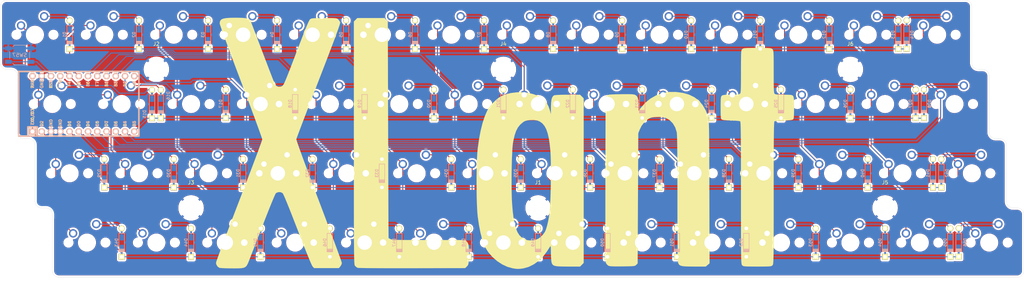
<source format=kicad_pcb>
(kicad_pcb (version 20171130) (host pcbnew "(5.1.5)-3")
  (layers (0 F.Cu signal) (31 B.Cu signal) (34 B.Paste user) (35 F.Paste user) (36 B.SilkS user) (37 F.SilkS user) (38 B.Mask user) (39 F.Mask user) (44 Edge.Cuts user))
  (net 0 "")
  (net 1 r0)
  (net 2 "Net-(D1-Pad2)")
  (net 3 "Net-(D2-Pad2)")
  (net 4 "Net-(D3-Pad2)")
  (net 5 "Net-(D4-Pad2)")
  (net 6 "Net-(D5-Pad2)")
  (net 7 "Net-(D6-Pad2)")
  (net 8 "Net-(D7-Pad2)")
  (net 9 "Net-(D8-Pad2)")
  (net 10 "Net-(D9-Pad2)")
  (net 11 "Net-(D10-Pad2)")
  (net 12 "Net-(D11-Pad2)")
  (net 13 "Net-(D12-Pad2)")
  (net 14 "Net-(D13-Pad2)")
  (net 15 "Net-(D14-Pad2)")
  (net 16 r1)
  (net 17 "Net-(D15-Pad2)")
  (net 18 "Net-(D16-Pad2)")
  (net 19 "Net-(D17-Pad2)")
  (net 20 "Net-(D18-Pad2)")
  (net 21 "Net-(D19-Pad2)")
  (net 22 "Net-(D20-Pad2)")
  (net 23 "Net-(D21-Pad2)")
  (net 24 "Net-(D22-Pad2)")
  (net 25 "Net-(D23-Pad2)")
  (net 26 "Net-(D24-Pad2)")
  (net 27 "Net-(D25-Pad2)")
  (net 28 "Net-(D26-Pad2)")
  (net 29 "Net-(D27-Pad2)")
  (net 30 "Net-(D28-Pad2)")
  (net 31 r2)
  (net 32 "Net-(D29-Pad2)")
  (net 33 "Net-(D30-Pad2)")
  (net 34 "Net-(D31-Pad2)")
  (net 35 "Net-(D32-Pad2)")
  (net 36 "Net-(D33-Pad2)")
  (net 37 "Net-(D34-Pad2)")
  (net 38 "Net-(D35-Pad2)")
  (net 39 "Net-(D36-Pad2)")
  (net 40 "Net-(D37-Pad2)")
  (net 41 "Net-(D38-Pad2)")
  (net 42 "Net-(D39-Pad2)")
  (net 43 "Net-(D40-Pad2)")
  (net 44 "Net-(D41-Pad2)")
  (net 45 "Net-(D42-Pad2)")
  (net 46 r3)
  (net 47 "Net-(D43-Pad2)")
  (net 48 "Net-(D44-Pad2)")
  (net 49 "Net-(D45-Pad2)")
  (net 50 "Net-(D46-Pad2)")
  (net 51 "Net-(D47-Pad2)")
  (net 52 "Net-(D48-Pad2)")
  (net 53 "Net-(D49-Pad2)")
  (net 54 "Net-(D50-Pad2)")
  (net 55 "Net-(D51-Pad2)")
  (net 56 "Net-(D52-Pad2)")
  (net 57 "Net-(D53-Pad2)")
  (net 58 "Net-(D54-Pad2)")
  (net 59 "Net-(D55-Pad2)")
  (net 60 "Net-(D56-Pad2)")
  (net 61 c0)
  (net 62 c1)
  (net 63 c2)
  (net 64 c3)
  (net 65 c4)
  (net 66 c5)
  (net 67 c6)
  (net 68 c7)
  (net 69 c8)
  (net 70 c9)
  (net 71 c10)
  (net 72 c11)
  (net 73 c12)
  (net 74 c13)
  (net 75 GND)
  (net 76 "Net-(SW57-Pad1)")
  (net 77 "Net-(U1-Pad24)")
  (net 78 VCC)
  (module Keebio-Parts:MX_PCB_100H (layer F.Cu) (at 66.2305 50.8635)
    (fp_text reference SW2)
    (fp_text value SW_Push hide)
    (pad HOLE np_thru_hole circle (at 5.08 0) (size 1.8 1.8) (drill 1.8) (layers *.Cu))
    (pad HOLE np_thru_hole circle (at -5.08 0) (size 1.8 1.8) (drill 1.8) (layers *.Cu))
    (pad HOLE np_thru_hole circle (at 0 0) (size 3.9878 3.9878) (drill 3.9878) (layers *.Cu))
    (pad 2 thru_hole circle (at -3.81 -2.54) (size 2.286 2.286) (drill 1.4986) (layers *.Cu *.Mask) (net 62 c1))
    (pad 1 thru_hole circle (at 2.54 -5.08) (size 2.286 2.286) (drill 1.4986) (layers *.Cu *.Mask) (net 3 "Net-(D2-Pad2)"))
  )
  (module MountingHole:MountingHole_6mm (layer F.Cu) (at 271.018 60.3885)
    (fp_text reference J6 (at 0 -7) (layer F.SilkS))
    (fp_text value Screw_Terminal_01x01)
    (pad 1 np_thru_hole circle (at 0 0) (size 6 6) (drill 6) (layers *.Cu *.Mask) (net 75 GND))
  )
  (module MountingHole:MountingHole_6mm (layer F.Cu) (at 280.543 98.4885)
    (fp_text reference J5 (at 0 -7) (layer F.SilkS))
    (fp_text value Screw_Terminal_01x01)
    (pad 1 np_thru_hole circle (at 0 0) (size 6 6) (drill 6) (layers *.Cu *.Mask) (net 75 GND))
  )
  (module MountingHole:MountingHole_6mm (layer F.Cu) (at 175.768 60.3885)
    (fp_text reference J4 (at 0 -7) (layer F.SilkS))
    (fp_text value Screw_Terminal_01x01)
    (pad 1 np_thru_hole circle (at 0 0) (size 6 6) (drill 6) (layers *.Cu *.Mask) (net 75 GND))
  )
  (module MountingHole:MountingHole_6mm (layer F.Cu) (at 90.043 98.4885)
    (fp_text reference J3 (at 0 -7) (layer F.SilkS))
    (fp_text value Screw_Terminal_01x01)
    (pad 1 np_thru_hole circle (at 0 0) (size 6 6) (drill 6) (layers *.Cu *.Mask) (net 75 GND))
  )
  (module MountingHole:MountingHole_6mm (layer F.Cu) (at 80.518 60.3885)
    (fp_text reference J2 (at 0 -7) (layer F.SilkS))
    (fp_text value Screw_Terminal_01x01)
    (pad 1 np_thru_hole circle (at 0 0) (size 6 6) (drill 6) (layers *.Cu *.Mask) (net 75 GND))
  )
  (module MountingHole:MountingHole_6mm (layer F.Cu) (at 185.293 98.4885)
    (fp_text reference J1 (at 0 -7) (layer F.SilkS))
    (fp_text value Screw_Terminal_01x01)
    (pad 1 np_thru_hole circle (at 0 0) (size 6 6) (drill 6) (layers *.Cu *.Mask) (net 75 GND))
  )
  (module MyFiles:XLant (layer F.Cu) (at 175.79086 122.73026)
    (fp_text reference G*** hide)
    (fp_text value LOGO hide)
  )
  (module Keebio-Parts:MX_PCB_100H (layer F.Cu) (at 247.2055 88.9635)
    (fp_text reference SW39)
    (fp_text value SW_Push hide)
    (pad HOLE np_thru_hole circle (at 5.08 0) (size 1.8 1.8) (drill 1.8) (layers *.Cu))
    (pad HOLE np_thru_hole circle (at -5.08 0) (size 1.8 1.8) (drill 1.8) (layers *.Cu))
    (pad HOLE np_thru_hole circle (at 0 0) (size 3.9878 3.9878) (drill 3.9878) (layers *.Cu))
    (pad 2 thru_hole circle (at -3.81 -2.54) (size 2.286 2.286) (drill 1.4986) (layers *.Cu *.Mask) (net 71 c10))
    (pad 1 thru_hole circle (at 2.54 -5.08) (size 2.286 2.286) (drill 1.4986) (layers *.Cu *.Mask) (net 42 "Net-(D39-Pad2)"))
  )
  (module Keebio-Parts:MX_PCB_100H (layer F.Cu) (at 209.1055 88.9635)
    (fp_text reference SW37)
    (fp_text value SW_Push hide)
    (pad HOLE np_thru_hole circle (at 5.08 0) (size 1.8 1.8) (drill 1.8) (layers *.Cu))
    (pad HOLE np_thru_hole circle (at -5.08 0) (size 1.8 1.8) (drill 1.8) (layers *.Cu))
    (pad HOLE np_thru_hole circle (at 0 0) (size 3.9878 3.9878) (drill 3.9878) (layers *.Cu))
    (pad 2 thru_hole circle (at -3.81 -2.54) (size 2.286 2.286) (drill 1.4986) (layers *.Cu *.Mask) (net 69 c8))
    (pad 1 thru_hole circle (at 2.54 -5.08) (size 2.286 2.286) (drill 1.4986) (layers *.Cu *.Mask) (net 40 "Net-(D37-Pad2)"))
  )
  (module Keebio-Parts:MX_PCB_100H (layer F.Cu) (at 70.993 69.9135)
    (fp_text reference SW16)
    (fp_text value SW_Push hide)
    (pad HOLE np_thru_hole circle (at 5.08 0) (size 1.8 1.8) (drill 1.8) (layers *.Cu))
    (pad HOLE np_thru_hole circle (at -5.08 0) (size 1.8 1.8) (drill 1.8) (layers *.Cu))
    (pad HOLE np_thru_hole circle (at 0 0) (size 3.9878 3.9878) (drill 3.9878) (layers *.Cu))
    (pad 2 thru_hole circle (at -3.81 -2.54) (size 2.286 2.286) (drill 1.4986) (layers *.Cu *.Mask) (net 62 c1))
    (pad 1 thru_hole circle (at 2.54 -5.08) (size 2.286 2.286) (drill 1.4986) (layers *.Cu *.Mask) (net 18 "Net-(D16-Pad2)"))
  )
  (module Keebio-Parts:Diode-Hybrid-Back (layer F.Cu) (at 256.7305 88.9635 270)
    (fp_text reference D39 (at -0.0254 1.4 90) (layer B.SilkS) (effects (font (size 0.8 0.8)) (justify mirror)))
    (fp_text value D_Small hide)
    (pad 1 thru_hole rect (at 3.9 0 270) (size 1.6 1.6) (drill 1) (layers *.Cu *.Mask F.SilkS) (net 31 r2))
    (pad 2 thru_hole circle (at -3.9 0 270) (size 1.6 1.6) (drill 1) (layers *.Cu *.Mask F.SilkS) (net 42 "Net-(D39-Pad2)"))
    (pad 1 smd rect (at 2.5 0 270) (size 2.9 0.5) (layers B.Cu) (net 31 r2))
    (pad 1 smd rect (at 1.4 0 270) (size 1.6 1.2) (layers B.Cu B.Paste B.Mask) (net 31 r2))
    (pad 2 smd rect (at -1.4 0 270) (size 1.6 1.2) (layers B.Cu B.Paste B.Mask) (net 42 "Net-(D39-Pad2)"))
    (pad 2 smd rect (at -2.5 0 270) (size 2.9 0.5) (layers B.Cu) (net 42 "Net-(D39-Pad2)"))
  )
  (module Keebio-Parts:ArduinoProMicro (layer F.Cu) (at 60.48375 69.85)
    (fp_text reference U1 hide)
    (fp_text value ProMicro hide)
    (fp_text user ST (at -8.91 -5.04 90) (layer B.SilkS) (effects (font (size 0.8 0.8)) (justify mirror)))
    (fp_text user TX0/D3 (at -13.97 3.571872 90) (layer F.SilkS) (effects (font (size 0.8 0.8))))
    (fp_text user TX0/D3 (at -13.97 3.571872 90) (layer B.SilkS) (effects (font (size 0.8 0.8)) (justify mirror)))
    (fp_text user D2 (at -11.43 5.461 90) (layer F.SilkS) (effects (font (size 0.8 0.8))))
    (fp_text user D0 (at -1.27 5.461 90) (layer F.SilkS) (effects (font (size 0.8 0.8))))
    (fp_text user D1 (at -3.81 5.461 90) (layer F.SilkS) (effects (font (size 0.8 0.8))))
    (fp_text user GND (at -6.35 5.461 90) (layer F.SilkS) (effects (font (size 0.8 0.8))))
    (fp_text user GND (at -8.89 5.461 90) (layer F.SilkS) (effects (font (size 0.8 0.8))))
    (fp_text user D4 (at 1.27 5.461 90) (layer F.SilkS) (effects (font (size 0.8 0.8))))
    (fp_text user C6 (at 3.81 5.461 90) (layer F.SilkS) (effects (font (size 0.8 0.8))))
    (fp_text user D7 (at 6.35 5.461 90) (layer F.SilkS) (effects (font (size 0.8 0.8))))
    (fp_text user E6 (at 8.89 5.461 90) (layer F.SilkS) (effects (font (size 0.8 0.8))))
    (fp_text user B4 (at 11.43 5.461 90) (layer F.SilkS) (effects (font (size 0.8 0.8))))
    (fp_text user B5 (at 13.97 5.461 90) (layer F.SilkS) (effects (font (size 0.8 0.8))))
    (fp_text user B6 (at 13.97 -5.461 90) (layer F.SilkS) (effects (font (size 0.8 0.8))))
    (fp_text user B2 (at 11.43 -5.461 90) (layer B.SilkS) (effects (font (size 0.8 0.8)) (justify mirror)))
    (fp_text user B3 (at 8.89 -5.461 90) (layer F.SilkS) (effects (font (size 0.8 0.8))))
    (fp_text user B1 (at 6.35 -5.461 90) (layer F.SilkS) (effects (font (size 0.8 0.8))))
    (fp_text user F7 (at 3.81 -5.461 90) (layer B.SilkS) (effects (font (size 0.8 0.8)) (justify mirror)))
    (fp_text user F6 (at 1.27 -5.461 90) (layer B.SilkS) (effects (font (size 0.8 0.8)) (justify mirror)))
    (fp_text user F5 (at -1.27 -5.461 90) (layer B.SilkS) (effects (font (size 0.8 0.8)) (justify mirror)))
    (fp_text user F4 (at -3.81 -5.461 90) (layer F.SilkS) (effects (font (size 0.8 0.8))))
    (fp_text user VCC (at -6.35 -5.461 90) (layer F.SilkS) (effects (font (size 0.8 0.8))))
    (fp_text user ST (at -8.92 -5.73312 90) (layer F.SilkS) (effects (font (size 0.8 0.8))))
    (fp_text user GND (at -11.43 -5.461 90) (layer F.SilkS) (effects (font (size 0.8 0.8))))
    (fp_text user RAW (at -13.97 -5.461 90) (layer F.SilkS) (effects (font (size 0.8 0.8))))
    (fp_text user RAW (at -13.97 -5.461 90) (layer B.SilkS) (effects (font (size 0.8 0.8)) (justify mirror)))
    (fp_text user GND (at -11.43 -5.461 90) (layer B.SilkS) (effects (font (size 0.8 0.8)) (justify mirror)))
    (fp_text user VCC (at -6.35 -5.461 90) (layer B.SilkS) (effects (font (size 0.8 0.8)) (justify mirror)))
    (fp_text user F4 (at -3.81 -5.461 90) (layer B.SilkS) (effects (font (size 0.8 0.8)) (justify mirror)))
    (fp_text user F5 (at -1.27 -5.461 90) (layer F.SilkS) (effects (font (size 0.8 0.8))))
    (fp_text user F6 (at 1.27 -5.461 90) (layer F.SilkS) (effects (font (size 0.8 0.8))))
    (fp_text user F7 (at 3.81 -5.461 90) (layer F.SilkS) (effects (font (size 0.8 0.8))))
    (fp_text user B1 (at 6.35 -5.461 90) (layer B.SilkS) (effects (font (size 0.8 0.8)) (justify mirror)))
    (fp_text user B3 (at 8.89 -5.461 90) (layer B.SilkS) (effects (font (size 0.8 0.8)) (justify mirror)))
    (fp_text user B2 (at 11.43 -5.461 90) (layer F.SilkS) (effects (font (size 0.8 0.8))))
    (fp_text user B6 (at 13.97 -5.461 90) (layer B.SilkS) (effects (font (size 0.8 0.8)) (justify mirror)))
    (fp_text user B5 (at 13.97 5.461 90) (layer B.SilkS) (effects (font (size 0.8 0.8)) (justify mirror)))
    (fp_text user B4 (at 11.43 5.461 90) (layer B.SilkS) (effects (font (size 0.8 0.8)) (justify mirror)))
    (fp_text user E6 (at 8.89 5.461 90) (layer B.SilkS) (effects (font (size 0.8 0.8)) (justify mirror)))
    (fp_text user D7 (at 6.35 5.461 90) (layer B.SilkS) (effects (font (size 0.8 0.8)) (justify mirror)))
    (fp_text user C6 (at 3.81 5.461 90) (layer B.SilkS) (effects (font (size 0.8 0.8)) (justify mirror)))
    (fp_text user D4 (at 1.27 5.461 90) (layer B.SilkS) (effects (font (size 0.8 0.8)) (justify mirror)))
    (fp_text user GND (at -8.89 5.461 90) (layer B.SilkS) (effects (font (size 0.8 0.8)) (justify mirror)))
    (fp_text user GND (at -6.35 5.461 90) (layer B.SilkS) (effects (font (size 0.8 0.8)) (justify mirror)))
    (fp_text user D1 (at -3.81 5.461 90) (layer B.SilkS) (effects (font (size 0.8 0.8)) (justify mirror)))
    (fp_text user D0 (at -1.27 5.461 90) (layer B.SilkS) (effects (font (size 0.8 0.8)) (justify mirror)))
    (fp_text user D2 (at -11.43 5.461 90) (layer B.SilkS) (effects (font (size 0.8 0.8)) (justify mirror)))
    (pad 24 thru_hole circle (at -13.97 -7.62) (size 1.7526 1.7526) (drill 1.0922) (layers *.Cu *.SilkS *.Mask) (net 77 "Net-(U1-Pad24)"))
    (pad 12 thru_hole circle (at 13.97 7.62) (size 1.7526 1.7526) (drill 1.0922) (layers *.Cu *.SilkS *.Mask) (net 16 r1))
    (pad 23 thru_hole circle (at -11.43 -7.62) (size 1.7526 1.7526) (drill 1.0922) (layers *.Cu *.SilkS *.Mask) (net 75 GND))
    (pad 22 thru_hole circle (at -8.89 -7.62) (size 1.7526 1.7526) (drill 1.0922) (layers *.Cu *.SilkS *.Mask) (net 76 "Net-(SW57-Pad1)"))
    (pad 21 thru_hole circle (at -6.35 -7.62) (size 1.7526 1.7526) (drill 1.0922) (layers *.Cu *.SilkS *.Mask) (net 78 VCC))
    (pad 20 thru_hole circle (at -3.81 -7.62) (size 1.7526 1.7526) (drill 1.0922) (layers *.Cu *.SilkS *.Mask) (net 62 c1))
    (pad 19 thru_hole circle (at -1.27 -7.62) (size 1.7526 1.7526) (drill 1.0922) (layers *.Cu *.SilkS *.Mask) (net 1 r0))
    (pad 18 thru_hole circle (at 1.27 -7.62) (size 1.7526 1.7526) (drill 1.0922) (layers *.Cu *.SilkS *.Mask) (net 68 c7))
    (pad 17 thru_hole circle (at 3.81 -7.62) (size 1.7526 1.7526) (drill 1.0922) (layers *.Cu *.SilkS *.Mask) (net 67 c6))
    (pad 16 thru_hole circle (at 6.35 -7.62) (size 1.7526 1.7526) (drill 1.0922) (layers *.Cu *.SilkS *.Mask) (net 66 c5))
    (pad 15 thru_hole circle (at 8.89 -7.62) (size 1.7526 1.7526) (drill 1.0922) (layers *.Cu *.SilkS *.Mask) (net 65 c4))
    (pad 14 thru_hole circle (at 11.43 -7.62) (size 1.7526 1.7526) (drill 1.0922) (layers *.Cu *.SilkS *.Mask) (net 63 c2))
    (pad 13 thru_hole circle (at 13.97 -7.62) (size 1.7526 1.7526) (drill 1.0922) (layers *.Cu *.SilkS *.Mask) (net 64 c3))
    (pad 11 thru_hole circle (at 11.43 7.62) (size 1.7526 1.7526) (drill 1.0922) (layers *.Cu *.SilkS *.Mask) (net 74 c13))
    (pad 10 thru_hole circle (at 8.89 7.62) (size 1.7526 1.7526) (drill 1.0922) (layers *.Cu *.SilkS *.Mask) (net 73 c12))
    (pad 9 thru_hole circle (at 6.35 7.62) (size 1.7526 1.7526) (drill 1.0922) (layers *.Cu *.SilkS *.Mask) (net 72 c11))
    (pad 8 thru_hole circle (at 3.81 7.62) (size 1.7526 1.7526) (drill 1.0922) (layers *.Cu *.SilkS *.Mask) (net 71 c10))
    (pad 7 thru_hole circle (at 1.27 7.62) (size 1.7526 1.7526) (drill 1.0922) (layers *.Cu *.SilkS *.Mask) (net 70 c9))
    (pad 6 thru_hole circle (at -1.27 7.62) (size 1.7526 1.7526) (drill 1.0922) (layers *.Cu *.SilkS *.Mask) (net 69 c8))
    (pad 5 thru_hole circle (at -3.81 7.62) (size 1.7526 1.7526) (drill 1.0922) (layers *.Cu *.SilkS *.Mask) (net 31 r2))
    (pad 4 thru_hole circle (at -6.35 7.62) (size 1.7526 1.7526) (drill 1.0922) (layers *.Cu *.SilkS *.Mask) (net 75 GND))
    (pad 3 thru_hole circle (at -8.89 7.62) (size 1.7526 1.7526) (drill 1.0922) (layers *.Cu *.SilkS *.Mask) (net 75 GND))
    (pad 2 thru_hole circle (at -11.43 7.62) (size 1.7526 1.7526) (drill 1.0922) (layers *.Cu *.SilkS *.Mask) (net 46 r3))
    (pad 1 thru_hole rect (at -13.97 7.62) (size 1.7526 1.7526) (drill 1.0922) (layers *.Cu *.SilkS *.Mask) (net 61 c0))
  )
  (module Button_Switch_SMD:SW_SPST_SKQG_WithStem (layer B.Cu) (at 42.9895 56.4515)
    (fp_text reference SW57 (at 0 0) (layer B.SilkS) (effects (justify mirror)))
    (fp_text value SW_Push)
    (pad 2 smd rect (at 3.1 -1.85) (size 1.8 1.1) (layers B.Cu B.Paste B.Mask) (net 75 GND))
    (pad 2 smd rect (at -3.1 -1.85) (size 1.8 1.1) (layers B.Cu B.Paste B.Mask) (net 75 GND))
    (pad 1 smd rect (at 3.1 1.85) (size 1.8 1.1) (layers B.Cu B.Paste B.Mask) (net 76 "Net-(SW57-Pad1)"))
    (pad 1 smd rect (at -3.1 1.85) (size 1.8 1.1) (layers B.Cu B.Paste B.Mask) (net 76 "Net-(SW57-Pad1)"))
  )
  (module Keebio-Parts:MX_PCB_100H (layer F.Cu) (at 309.118 108.0135)
    (fp_text reference SW56)
    (fp_text value SW_Push hide)
    (pad HOLE np_thru_hole circle (at 5.08 0) (size 1.8 1.8) (drill 1.8) (layers *.Cu))
    (pad HOLE np_thru_hole circle (at -5.08 0) (size 1.8 1.8) (drill 1.8) (layers *.Cu))
    (pad HOLE np_thru_hole circle (at 0 0) (size 3.9878 3.9878) (drill 3.9878) (layers *.Cu))
    (pad 2 thru_hole circle (at -3.81 -2.54) (size 2.286 2.286) (drill 1.4986) (layers *.Cu *.Mask) (net 74 c13))
    (pad 1 thru_hole circle (at 2.54 -5.08) (size 2.286 2.286) (drill 1.4986) (layers *.Cu *.Mask) (net 60 "Net-(D56-Pad2)"))
  )
  (module Keebio-Parts:MX_PCB_100H (layer F.Cu) (at 290.068 108.0135)
    (fp_text reference SW55)
    (fp_text value SW_Push hide)
    (pad HOLE np_thru_hole circle (at 5.08 0) (size 1.8 1.8) (drill 1.8) (layers *.Cu))
    (pad HOLE np_thru_hole circle (at -5.08 0) (size 1.8 1.8) (drill 1.8) (layers *.Cu))
    (pad HOLE np_thru_hole circle (at 0 0) (size 3.9878 3.9878) (drill 3.9878) (layers *.Cu))
    (pad 2 thru_hole circle (at -3.81 -2.54) (size 2.286 2.286) (drill 1.4986) (layers *.Cu *.Mask) (net 73 c12))
    (pad 1 thru_hole circle (at 2.54 -5.08) (size 2.286 2.286) (drill 1.4986) (layers *.Cu *.Mask) (net 59 "Net-(D55-Pad2)"))
  )
  (module Keebio-Parts:MX_PCB_100H (layer F.Cu) (at 271.018 108.0135)
    (fp_text reference SW54)
    (fp_text value SW_Push hide)
    (pad HOLE np_thru_hole circle (at 5.08 0) (size 1.8 1.8) (drill 1.8) (layers *.Cu))
    (pad HOLE np_thru_hole circle (at -5.08 0) (size 1.8 1.8) (drill 1.8) (layers *.Cu))
    (pad HOLE np_thru_hole circle (at 0 0) (size 3.9878 3.9878) (drill 3.9878) (layers *.Cu))
    (pad 2 thru_hole circle (at -3.81 -2.54) (size 2.286 2.286) (drill 1.4986) (layers *.Cu *.Mask) (net 72 c11))
    (pad 1 thru_hole circle (at 2.54 -5.08) (size 2.286 2.286) (drill 1.4986) (layers *.Cu *.Mask) (net 58 "Net-(D54-Pad2)"))
  )
  (module Keebio-Parts:MX_PCB_100H (layer F.Cu) (at 251.968 108.0135)
    (fp_text reference SW53)
    (fp_text value SW_Push hide)
    (pad HOLE np_thru_hole circle (at 5.08 0) (size 1.8 1.8) (drill 1.8) (layers *.Cu))
    (pad HOLE np_thru_hole circle (at -5.08 0) (size 1.8 1.8) (drill 1.8) (layers *.Cu))
    (pad HOLE np_thru_hole circle (at 0 0) (size 3.9878 3.9878) (drill 3.9878) (layers *.Cu))
    (pad 2 thru_hole circle (at -3.81 -2.54) (size 2.286 2.286) (drill 1.4986) (layers *.Cu *.Mask) (net 71 c10))
    (pad 1 thru_hole circle (at 2.54 -5.08) (size 2.286 2.286) (drill 1.4986) (layers *.Cu *.Mask) (net 57 "Net-(D53-Pad2)"))
  )
  (module Keebio-Parts:MX_PCB_100H (layer F.Cu) (at 232.918 108.0135)
    (fp_text reference SW52)
    (fp_text value SW_Push hide)
    (pad HOLE np_thru_hole circle (at 5.08 0) (size 1.8 1.8) (drill 1.8) (layers *.Cu))
    (pad HOLE np_thru_hole circle (at -5.08 0) (size 1.8 1.8) (drill 1.8) (layers *.Cu))
    (pad HOLE np_thru_hole circle (at 0 0) (size 3.9878 3.9878) (drill 3.9878) (layers *.Cu))
    (pad 2 thru_hole circle (at -3.81 -2.54) (size 2.286 2.286) (drill 1.4986) (layers *.Cu *.Mask) (net 70 c9))
    (pad 1 thru_hole circle (at 2.54 -5.08) (size 2.286 2.286) (drill 1.4986) (layers *.Cu *.Mask) (net 56 "Net-(D52-Pad2)"))
  )
  (module Keebio-Parts:MX_PCB_100H (layer F.Cu) (at 213.868 108.0135)
    (fp_text reference SW51)
    (fp_text value SW_Push hide)
    (pad HOLE np_thru_hole circle (at 5.08 0) (size 1.8 1.8) (drill 1.8) (layers *.Cu))
    (pad HOLE np_thru_hole circle (at -5.08 0) (size 1.8 1.8) (drill 1.8) (layers *.Cu))
    (pad HOLE np_thru_hole circle (at 0 0) (size 3.9878 3.9878) (drill 3.9878) (layers *.Cu))
    (pad 2 thru_hole circle (at -3.81 -2.54) (size 2.286 2.286) (drill 1.4986) (layers *.Cu *.Mask) (net 69 c8))
    (pad 1 thru_hole circle (at 2.54 -5.08) (size 2.286 2.286) (drill 1.4986) (layers *.Cu *.Mask) (net 55 "Net-(D51-Pad2)"))
  )
  (module Keebio-Parts:MX_PCB_100H (layer F.Cu) (at 194.818 108.0135)
    (fp_text reference SW50)
    (fp_text value SW_Push hide)
    (pad HOLE np_thru_hole circle (at 5.08 0) (size 1.8 1.8) (drill 1.8) (layers *.Cu))
    (pad HOLE np_thru_hole circle (at -5.08 0) (size 1.8 1.8) (drill 1.8) (layers *.Cu))
    (pad HOLE np_thru_hole circle (at 0 0) (size 3.9878 3.9878) (drill 3.9878) (layers *.Cu))
    (pad 2 thru_hole circle (at -3.81 -2.54) (size 2.286 2.286) (drill 1.4986) (layers *.Cu *.Mask) (net 68 c7))
    (pad 1 thru_hole circle (at 2.54 -5.08) (size 2.286 2.286) (drill 1.4986) (layers *.Cu *.Mask) (net 54 "Net-(D50-Pad2)"))
  )
  (module Keebio-Parts:MX_PCB_100H (layer F.Cu) (at 175.768 108.0135)
    (fp_text reference SW49)
    (fp_text value SW_Push hide)
    (pad HOLE np_thru_hole circle (at 5.08 0) (size 1.8 1.8) (drill 1.8) (layers *.Cu))
    (pad HOLE np_thru_hole circle (at -5.08 0) (size 1.8 1.8) (drill 1.8) (layers *.Cu))
    (pad HOLE np_thru_hole circle (at 0 0) (size 3.9878 3.9878) (drill 3.9878) (layers *.Cu))
    (pad 2 thru_hole circle (at -3.81 -2.54) (size 2.286 2.286) (drill 1.4986) (layers *.Cu *.Mask) (net 67 c6))
    (pad 1 thru_hole circle (at 2.54 -5.08) (size 2.286 2.286) (drill 1.4986) (layers *.Cu *.Mask) (net 53 "Net-(D49-Pad2)"))
  )
  (module Keebio-Parts:MX_PCB_100H (layer F.Cu) (at 156.718 108.0135)
    (fp_text reference SW48)
    (fp_text value SW_Push hide)
    (pad HOLE np_thru_hole circle (at 5.08 0) (size 1.8 1.8) (drill 1.8) (layers *.Cu))
    (pad HOLE np_thru_hole circle (at -5.08 0) (size 1.8 1.8) (drill 1.8) (layers *.Cu))
    (pad HOLE np_thru_hole circle (at 0 0) (size 3.9878 3.9878) (drill 3.9878) (layers *.Cu))
    (pad 2 thru_hole circle (at -3.81 -2.54) (size 2.286 2.286) (drill 1.4986) (layers *.Cu *.Mask) (net 66 c5))
    (pad 1 thru_hole circle (at 2.54 -5.08) (size 2.286 2.286) (drill 1.4986) (layers *.Cu *.Mask) (net 52 "Net-(D48-Pad2)"))
  )
  (module Keebio-Parts:MX_PCB_100H (layer F.Cu) (at 137.668 108.0135)
    (fp_text reference SW47)
    (fp_text value SW_Push hide)
    (pad HOLE np_thru_hole circle (at 5.08 0) (size 1.8 1.8) (drill 1.8) (layers *.Cu))
    (pad HOLE np_thru_hole circle (at -5.08 0) (size 1.8 1.8) (drill 1.8) (layers *.Cu))
    (pad HOLE np_thru_hole circle (at 0 0) (size 3.9878 3.9878) (drill 3.9878) (layers *.Cu))
    (pad 2 thru_hole circle (at -3.81 -2.54) (size 2.286 2.286) (drill 1.4986) (layers *.Cu *.Mask) (net 65 c4))
    (pad 1 thru_hole circle (at 2.54 -5.08) (size 2.286 2.286) (drill 1.4986) (layers *.Cu *.Mask) (net 51 "Net-(D47-Pad2)"))
  )
  (module Keebio-Parts:MX_PCB_100H (layer F.Cu) (at 118.618 108.0135)
    (fp_text reference SW46)
    (fp_text value SW_Push hide)
    (pad HOLE np_thru_hole circle (at 5.08 0) (size 1.8 1.8) (drill 1.8) (layers *.Cu))
    (pad HOLE np_thru_hole circle (at -5.08 0) (size 1.8 1.8) (drill 1.8) (layers *.Cu))
    (pad HOLE np_thru_hole circle (at 0 0) (size 3.9878 3.9878) (drill 3.9878) (layers *.Cu))
    (pad 2 thru_hole circle (at -3.81 -2.54) (size 2.286 2.286) (drill 1.4986) (layers *.Cu *.Mask) (net 64 c3))
    (pad 1 thru_hole circle (at 2.54 -5.08) (size 2.286 2.286) (drill 1.4986) (layers *.Cu *.Mask) (net 50 "Net-(D46-Pad2)"))
  )
  (module Keebio-Parts:MX_PCB_100H (layer F.Cu) (at 99.568 108.0135)
    (fp_text reference SW45)
    (fp_text value SW_Push hide)
    (pad HOLE np_thru_hole circle (at 5.08 0) (size 1.8 1.8) (drill 1.8) (layers *.Cu))
    (pad HOLE np_thru_hole circle (at -5.08 0) (size 1.8 1.8) (drill 1.8) (layers *.Cu))
    (pad HOLE np_thru_hole circle (at 0 0) (size 3.9878 3.9878) (drill 3.9878) (layers *.Cu))
    (pad 2 thru_hole circle (at -3.81 -2.54) (size 2.286 2.286) (drill 1.4986) (layers *.Cu *.Mask) (net 63 c2))
    (pad 1 thru_hole circle (at 2.54 -5.08) (size 2.286 2.286) (drill 1.4986) (layers *.Cu *.Mask) (net 49 "Net-(D45-Pad2)"))
  )
  (module Keebio-Parts:MX_PCB_100H (layer F.Cu) (at 80.518 108.0135)
    (fp_text reference SW44)
    (fp_text value SW_Push hide)
    (pad HOLE np_thru_hole circle (at 5.08 0) (size 1.8 1.8) (drill 1.8) (layers *.Cu))
    (pad HOLE np_thru_hole circle (at -5.08 0) (size 1.8 1.8) (drill 1.8) (layers *.Cu))
    (pad HOLE np_thru_hole circle (at 0 0) (size 3.9878 3.9878) (drill 3.9878) (layers *.Cu))
    (pad 2 thru_hole circle (at -3.81 -2.54) (size 2.286 2.286) (drill 1.4986) (layers *.Cu *.Mask) (net 62 c1))
    (pad 1 thru_hole circle (at 2.54 -5.08) (size 2.286 2.286) (drill 1.4986) (layers *.Cu *.Mask) (net 48 "Net-(D44-Pad2)"))
  )
  (module Keebio-Parts:MX_PCB_100H (layer F.Cu) (at 61.468 108.0135)
    (fp_text reference SW43)
    (fp_text value SW_Push hide)
    (pad HOLE np_thru_hole circle (at 5.08 0) (size 1.8 1.8) (drill 1.8) (layers *.Cu))
    (pad HOLE np_thru_hole circle (at -5.08 0) (size 1.8 1.8) (drill 1.8) (layers *.Cu))
    (pad HOLE np_thru_hole circle (at 0 0) (size 3.9878 3.9878) (drill 3.9878) (layers *.Cu))
    (pad 2 thru_hole circle (at -3.81 -2.54) (size 2.286 2.286) (drill 1.4986) (layers *.Cu *.Mask) (net 61 c0))
    (pad 1 thru_hole circle (at 2.54 -5.08) (size 2.286 2.286) (drill 1.4986) (layers *.Cu *.Mask) (net 47 "Net-(D43-Pad2)"))
  )
  (module Keebio-Parts:MX_PCB_100H (layer F.Cu) (at 304.3555 88.9635)
    (fp_text reference SW42)
    (fp_text value SW_Push hide)
    (pad HOLE np_thru_hole circle (at 5.08 0) (size 1.8 1.8) (drill 1.8) (layers *.Cu))
    (pad HOLE np_thru_hole circle (at -5.08 0) (size 1.8 1.8) (drill 1.8) (layers *.Cu))
    (pad HOLE np_thru_hole circle (at 0 0) (size 3.9878 3.9878) (drill 3.9878) (layers *.Cu))
    (pad 2 thru_hole circle (at -3.81 -2.54) (size 2.286 2.286) (drill 1.4986) (layers *.Cu *.Mask) (net 74 c13))
    (pad 1 thru_hole circle (at 2.54 -5.08) (size 2.286 2.286) (drill 1.4986) (layers *.Cu *.Mask) (net 45 "Net-(D42-Pad2)"))
  )
  (module Keebio-Parts:MX_PCB_100H (layer F.Cu) (at 285.3055 88.9635)
    (fp_text reference SW41)
    (fp_text value SW_Push hide)
    (pad HOLE np_thru_hole circle (at 5.08 0) (size 1.8 1.8) (drill 1.8) (layers *.Cu))
    (pad HOLE np_thru_hole circle (at -5.08 0) (size 1.8 1.8) (drill 1.8) (layers *.Cu))
    (pad HOLE np_thru_hole circle (at 0 0) (size 3.9878 3.9878) (drill 3.9878) (layers *.Cu))
    (pad 2 thru_hole circle (at -3.81 -2.54) (size 2.286 2.286) (drill 1.4986) (layers *.Cu *.Mask) (net 73 c12))
    (pad 1 thru_hole circle (at 2.54 -5.08) (size 2.286 2.286) (drill 1.4986) (layers *.Cu *.Mask) (net 44 "Net-(D41-Pad2)"))
  )
  (module Keebio-Parts:MX_PCB_100H (layer F.Cu) (at 266.2555 88.9635)
    (fp_text reference SW40)
    (fp_text value SW_Push hide)
    (pad HOLE np_thru_hole circle (at 5.08 0) (size 1.8 1.8) (drill 1.8) (layers *.Cu))
    (pad HOLE np_thru_hole circle (at -5.08 0) (size 1.8 1.8) (drill 1.8) (layers *.Cu))
    (pad HOLE np_thru_hole circle (at 0 0) (size 3.9878 3.9878) (drill 3.9878) (layers *.Cu))
    (pad 2 thru_hole circle (at -3.81 -2.54) (size 2.286 2.286) (drill 1.4986) (layers *.Cu *.Mask) (net 72 c11))
    (pad 1 thru_hole circle (at 2.54 -5.08) (size 2.286 2.286) (drill 1.4986) (layers *.Cu *.Mask) (net 43 "Net-(D40-Pad2)"))
  )
  (module Keebio-Parts:MX_PCB_100H (layer F.Cu) (at 228.1555 88.9635)
    (fp_text reference SW38)
    (fp_text value SW_Push hide)
    (pad HOLE np_thru_hole circle (at 5.08 0) (size 1.8 1.8) (drill 1.8) (layers *.Cu))
    (pad HOLE np_thru_hole circle (at -5.08 0) (size 1.8 1.8) (drill 1.8) (layers *.Cu))
    (pad HOLE np_thru_hole circle (at 0 0) (size 3.9878 3.9878) (drill 3.9878) (layers *.Cu))
    (pad 2 thru_hole circle (at -3.81 -2.54) (size 2.286 2.286) (drill 1.4986) (layers *.Cu *.Mask) (net 70 c9))
    (pad 1 thru_hole circle (at 2.54 -5.08) (size 2.286 2.286) (drill 1.4986) (layers *.Cu *.Mask) (net 41 "Net-(D38-Pad2)"))
  )
  (module Keebio-Parts:MX_PCB_100H (layer F.Cu) (at 190.0555 88.9635)
    (fp_text reference SW36)
    (fp_text value SW_Push hide)
    (pad HOLE np_thru_hole circle (at 5.08 0) (size 1.8 1.8) (drill 1.8) (layers *.Cu))
    (pad HOLE np_thru_hole circle (at -5.08 0) (size 1.8 1.8) (drill 1.8) (layers *.Cu))
    (pad HOLE np_thru_hole circle (at 0 0) (size 3.9878 3.9878) (drill 3.9878) (layers *.Cu))
    (pad 2 thru_hole circle (at -3.81 -2.54) (size 2.286 2.286) (drill 1.4986) (layers *.Cu *.Mask) (net 68 c7))
    (pad 1 thru_hole circle (at 2.54 -5.08) (size 2.286 2.286) (drill 1.4986) (layers *.Cu *.Mask) (net 39 "Net-(D36-Pad2)"))
  )
  (module Keebio-Parts:MX_PCB_100H (layer F.Cu) (at 171.0055 88.9635)
    (fp_text reference SW35)
    (fp_text value SW_Push hide)
    (pad HOLE np_thru_hole circle (at 5.08 0) (size 1.8 1.8) (drill 1.8) (layers *.Cu))
    (pad HOLE np_thru_hole circle (at -5.08 0) (size 1.8 1.8) (drill 1.8) (layers *.Cu))
    (pad HOLE np_thru_hole circle (at 0 0) (size 3.9878 3.9878) (drill 3.9878) (layers *.Cu))
    (pad 2 thru_hole circle (at -3.81 -2.54) (size 2.286 2.286) (drill 1.4986) (layers *.Cu *.Mask) (net 67 c6))
    (pad 1 thru_hole circle (at 2.54 -5.08) (size 2.286 2.286) (drill 1.4986) (layers *.Cu *.Mask) (net 38 "Net-(D35-Pad2)"))
  )
  (module Keebio-Parts:MX_PCB_100H (layer F.Cu) (at 151.9555 88.9635)
    (fp_text reference SW34)
    (fp_text value SW_Push hide)
    (pad HOLE np_thru_hole circle (at 5.08 0) (size 1.8 1.8) (drill 1.8) (layers *.Cu))
    (pad HOLE np_thru_hole circle (at -5.08 0) (size 1.8 1.8) (drill 1.8) (layers *.Cu))
    (pad HOLE np_thru_hole circle (at 0 0) (size 3.9878 3.9878) (drill 3.9878) (layers *.Cu))
    (pad 2 thru_hole circle (at -3.81 -2.54) (size 2.286 2.286) (drill 1.4986) (layers *.Cu *.Mask) (net 66 c5))
    (pad 1 thru_hole circle (at 2.54 -5.08) (size 2.286 2.286) (drill 1.4986) (layers *.Cu *.Mask) (net 37 "Net-(D34-Pad2)"))
  )
  (module Keebio-Parts:MX_PCB_100H (layer F.Cu) (at 132.9055 88.9635)
    (fp_text reference SW33)
    (fp_text value SW_Push hide)
    (pad HOLE np_thru_hole circle (at 5.08 0) (size 1.8 1.8) (drill 1.8) (layers *.Cu))
    (pad HOLE np_thru_hole circle (at -5.08 0) (size 1.8 1.8) (drill 1.8) (layers *.Cu))
    (pad HOLE np_thru_hole circle (at 0 0) (size 3.9878 3.9878) (drill 3.9878) (layers *.Cu))
    (pad 2 thru_hole circle (at -3.81 -2.54) (size 2.286 2.286) (drill 1.4986) (layers *.Cu *.Mask) (net 65 c4))
    (pad 1 thru_hole circle (at 2.54 -5.08) (size 2.286 2.286) (drill 1.4986) (layers *.Cu *.Mask) (net 36 "Net-(D33-Pad2)"))
  )
  (module Keebio-Parts:MX_PCB_100H (layer F.Cu) (at 113.8555 88.9635)
    (fp_text reference SW32)
    (fp_text value SW_Push hide)
    (pad HOLE np_thru_hole circle (at 5.08 0) (size 1.8 1.8) (drill 1.8) (layers *.Cu))
    (pad HOLE np_thru_hole circle (at -5.08 0) (size 1.8 1.8) (drill 1.8) (layers *.Cu))
    (pad HOLE np_thru_hole circle (at 0 0) (size 3.9878 3.9878) (drill 3.9878) (layers *.Cu))
    (pad 2 thru_hole circle (at -3.81 -2.54) (size 2.286 2.286) (drill 1.4986) (layers *.Cu *.Mask) (net 64 c3))
    (pad 1 thru_hole circle (at 2.54 -5.08) (size 2.286 2.286) (drill 1.4986) (layers *.Cu *.Mask) (net 35 "Net-(D32-Pad2)"))
  )
  (module Keebio-Parts:MX_PCB_100H (layer F.Cu) (at 94.8055 88.9635)
    (fp_text reference SW31)
    (fp_text value SW_Push hide)
    (pad HOLE np_thru_hole circle (at 5.08 0) (size 1.8 1.8) (drill 1.8) (layers *.Cu))
    (pad HOLE np_thru_hole circle (at -5.08 0) (size 1.8 1.8) (drill 1.8) (layers *.Cu))
    (pad HOLE np_thru_hole circle (at 0 0) (size 3.9878 3.9878) (drill 3.9878) (layers *.Cu))
    (pad 2 thru_hole circle (at -3.81 -2.54) (size 2.286 2.286) (drill 1.4986) (layers *.Cu *.Mask) (net 63 c2))
    (pad 1 thru_hole circle (at 2.54 -5.08) (size 2.286 2.286) (drill 1.4986) (layers *.Cu *.Mask) (net 34 "Net-(D31-Pad2)"))
  )
  (module Keebio-Parts:MX_PCB_100H (layer F.Cu) (at 75.7555 88.9635)
    (fp_text reference SW30)
    (fp_text value SW_Push hide)
    (pad HOLE np_thru_hole circle (at 5.08 0) (size 1.8 1.8) (drill 1.8) (layers *.Cu))
    (pad HOLE np_thru_hole circle (at -5.08 0) (size 1.8 1.8) (drill 1.8) (layers *.Cu))
    (pad HOLE np_thru_hole circle (at 0 0) (size 3.9878 3.9878) (drill 3.9878) (layers *.Cu))
    (pad 2 thru_hole circle (at -3.81 -2.54) (size 2.286 2.286) (drill 1.4986) (layers *.Cu *.Mask) (net 62 c1))
    (pad 1 thru_hole circle (at 2.54 -5.08) (size 2.286 2.286) (drill 1.4986) (layers *.Cu *.Mask) (net 33 "Net-(D30-Pad2)"))
  )
  (module Keebio-Parts:MX_PCB_100H (layer F.Cu) (at 56.7055 88.9635)
    (fp_text reference SW29)
    (fp_text value SW_Push hide)
    (pad HOLE np_thru_hole circle (at 5.08 0) (size 1.8 1.8) (drill 1.8) (layers *.Cu))
    (pad HOLE np_thru_hole circle (at -5.08 0) (size 1.8 1.8) (drill 1.8) (layers *.Cu))
    (pad HOLE np_thru_hole circle (at 0 0) (size 3.9878 3.9878) (drill 3.9878) (layers *.Cu))
    (pad 2 thru_hole circle (at -3.81 -2.54) (size 2.286 2.286) (drill 1.4986) (layers *.Cu *.Mask) (net 61 c0))
    (pad 1 thru_hole circle (at 2.54 -5.08) (size 2.286 2.286) (drill 1.4986) (layers *.Cu *.Mask) (net 32 "Net-(D29-Pad2)"))
  )
  (module Keebio-Parts:MX_PCB_100H (layer F.Cu) (at 299.593 69.9135)
    (fp_text reference SW28)
    (fp_text value SW_Push hide)
    (pad HOLE np_thru_hole circle (at 5.08 0) (size 1.8 1.8) (drill 1.8) (layers *.Cu))
    (pad HOLE np_thru_hole circle (at -5.08 0) (size 1.8 1.8) (drill 1.8) (layers *.Cu))
    (pad HOLE np_thru_hole circle (at 0 0) (size 3.9878 3.9878) (drill 3.9878) (layers *.Cu))
    (pad 2 thru_hole circle (at -3.81 -2.54) (size 2.286 2.286) (drill 1.4986) (layers *.Cu *.Mask) (net 74 c13))
    (pad 1 thru_hole circle (at 2.54 -5.08) (size 2.286 2.286) (drill 1.4986) (layers *.Cu *.Mask) (net 30 "Net-(D28-Pad2)"))
  )
  (module Keebio-Parts:MX_PCB_100H (layer F.Cu) (at 280.543 69.9135)
    (fp_text reference SW27)
    (fp_text value SW_Push hide)
    (pad HOLE np_thru_hole circle (at 5.08 0) (size 1.8 1.8) (drill 1.8) (layers *.Cu))
    (pad HOLE np_thru_hole circle (at -5.08 0) (size 1.8 1.8) (drill 1.8) (layers *.Cu))
    (pad HOLE np_thru_hole circle (at 0 0) (size 3.9878 3.9878) (drill 3.9878) (layers *.Cu))
    (pad 2 thru_hole circle (at -3.81 -2.54) (size 2.286 2.286) (drill 1.4986) (layers *.Cu *.Mask) (net 73 c12))
    (pad 1 thru_hole circle (at 2.54 -5.08) (size 2.286 2.286) (drill 1.4986) (layers *.Cu *.Mask) (net 29 "Net-(D27-Pad2)"))
  )
  (module Keebio-Parts:MX_PCB_100H (layer F.Cu) (at 261.493 69.9135)
    (fp_text reference SW26)
    (fp_text value SW_Push hide)
    (pad HOLE np_thru_hole circle (at 5.08 0) (size 1.8 1.8) (drill 1.8) (layers *.Cu))
    (pad HOLE np_thru_hole circle (at -5.08 0) (size 1.8 1.8) (drill 1.8) (layers *.Cu))
    (pad HOLE np_thru_hole circle (at 0 0) (size 3.9878 3.9878) (drill 3.9878) (layers *.Cu))
    (pad 2 thru_hole circle (at -3.81 -2.54) (size 2.286 2.286) (drill 1.4986) (layers *.Cu *.Mask) (net 72 c11))
    (pad 1 thru_hole circle (at 2.54 -5.08) (size 2.286 2.286) (drill 1.4986) (layers *.Cu *.Mask) (net 28 "Net-(D26-Pad2)"))
  )
  (module Keebio-Parts:MX_PCB_100H (layer F.Cu) (at 242.443 69.9135)
    (fp_text reference SW25)
    (fp_text value SW_Push hide)
    (pad HOLE np_thru_hole circle (at 5.08 0) (size 1.8 1.8) (drill 1.8) (layers *.Cu))
    (pad HOLE np_thru_hole circle (at -5.08 0) (size 1.8 1.8) (drill 1.8) (layers *.Cu))
    (pad HOLE np_thru_hole circle (at 0 0) (size 3.9878 3.9878) (drill 3.9878) (layers *.Cu))
    (pad 2 thru_hole circle (at -3.81 -2.54) (size 2.286 2.286) (drill 1.4986) (layers *.Cu *.Mask) (net 71 c10))
    (pad 1 thru_hole circle (at 2.54 -5.08) (size 2.286 2.286) (drill 1.4986) (layers *.Cu *.Mask) (net 27 "Net-(D25-Pad2)"))
  )
  (module Keebio-Parts:MX_PCB_100H (layer F.Cu) (at 223.393 69.9135)
    (fp_text reference SW24)
    (fp_text value SW_Push hide)
    (pad HOLE np_thru_hole circle (at 5.08 0) (size 1.8 1.8) (drill 1.8) (layers *.Cu))
    (pad HOLE np_thru_hole circle (at -5.08 0) (size 1.8 1.8) (drill 1.8) (layers *.Cu))
    (pad HOLE np_thru_hole circle (at 0 0) (size 3.9878 3.9878) (drill 3.9878) (layers *.Cu))
    (pad 2 thru_hole circle (at -3.81 -2.54) (size 2.286 2.286) (drill 1.4986) (layers *.Cu *.Mask) (net 70 c9))
    (pad 1 thru_hole circle (at 2.54 -5.08) (size 2.286 2.286) (drill 1.4986) (layers *.Cu *.Mask) (net 26 "Net-(D24-Pad2)"))
  )
  (module Keebio-Parts:MX_PCB_100H (layer F.Cu) (at 204.343 69.9135)
    (fp_text reference SW23)
    (fp_text value SW_Push hide)
    (pad HOLE np_thru_hole circle (at 5.08 0) (size 1.8 1.8) (drill 1.8) (layers *.Cu))
    (pad HOLE np_thru_hole circle (at -5.08 0) (size 1.8 1.8) (drill 1.8) (layers *.Cu))
    (pad HOLE np_thru_hole circle (at 0 0) (size 3.9878 3.9878) (drill 3.9878) (layers *.Cu))
    (pad 2 thru_hole circle (at -3.81 -2.54) (size 2.286 2.286) (drill 1.4986) (layers *.Cu *.Mask) (net 69 c8))
    (pad 1 thru_hole circle (at 2.54 -5.08) (size 2.286 2.286) (drill 1.4986) (layers *.Cu *.Mask) (net 25 "Net-(D23-Pad2)"))
  )
  (module Keebio-Parts:MX_PCB_100H (layer F.Cu) (at 185.293 69.9135)
    (fp_text reference SW22)
    (fp_text value SW_Push hide)
    (pad HOLE np_thru_hole circle (at 5.08 0) (size 1.8 1.8) (drill 1.8) (layers *.Cu))
    (pad HOLE np_thru_hole circle (at -5.08 0) (size 1.8 1.8) (drill 1.8) (layers *.Cu))
    (pad HOLE np_thru_hole circle (at 0 0) (size 3.9878 3.9878) (drill 3.9878) (layers *.Cu))
    (pad 2 thru_hole circle (at -3.81 -2.54) (size 2.286 2.286) (drill 1.4986) (layers *.Cu *.Mask) (net 68 c7))
    (pad 1 thru_hole circle (at 2.54 -5.08) (size 2.286 2.286) (drill 1.4986) (layers *.Cu *.Mask) (net 24 "Net-(D22-Pad2)"))
  )
  (module Keebio-Parts:MX_PCB_100H (layer F.Cu) (at 166.243 69.9135)
    (fp_text reference SW21)
    (fp_text value SW_Push hide)
    (pad HOLE np_thru_hole circle (at 5.08 0) (size 1.8 1.8) (drill 1.8) (layers *.Cu))
    (pad HOLE np_thru_hole circle (at -5.08 0) (size 1.8 1.8) (drill 1.8) (layers *.Cu))
    (pad HOLE np_thru_hole circle (at 0 0) (size 3.9878 3.9878) (drill 3.9878) (layers *.Cu))
    (pad 2 thru_hole circle (at -3.81 -2.54) (size 2.286 2.286) (drill 1.4986) (layers *.Cu *.Mask) (net 67 c6))
    (pad 1 thru_hole circle (at 2.54 -5.08) (size 2.286 2.286) (drill 1.4986) (layers *.Cu *.Mask) (net 23 "Net-(D21-Pad2)"))
  )
  (module Keebio-Parts:MX_PCB_100H (layer F.Cu) (at 147.193 69.9135)
    (fp_text reference SW20)
    (fp_text value SW_Push hide)
    (pad HOLE np_thru_hole circle (at 5.08 0) (size 1.8 1.8) (drill 1.8) (layers *.Cu))
    (pad HOLE np_thru_hole circle (at -5.08 0) (size 1.8 1.8) (drill 1.8) (layers *.Cu))
    (pad HOLE np_thru_hole circle (at 0 0) (size 3.9878 3.9878) (drill 3.9878) (layers *.Cu))
    (pad 2 thru_hole circle (at -3.81 -2.54) (size 2.286 2.286) (drill 1.4986) (layers *.Cu *.Mask) (net 66 c5))
    (pad 1 thru_hole circle (at 2.54 -5.08) (size 2.286 2.286) (drill 1.4986) (layers *.Cu *.Mask) (net 22 "Net-(D20-Pad2)"))
  )
  (module Keebio-Parts:MX_PCB_100H (layer F.Cu) (at 128.143 69.9135)
    (fp_text reference SW19)
    (fp_text value SW_Push hide)
    (pad HOLE np_thru_hole circle (at 5.08 0) (size 1.8 1.8) (drill 1.8) (layers *.Cu))
    (pad HOLE np_thru_hole circle (at -5.08 0) (size 1.8 1.8) (drill 1.8) (layers *.Cu))
    (pad HOLE np_thru_hole circle (at 0 0) (size 3.9878 3.9878) (drill 3.9878) (layers *.Cu))
    (pad 2 thru_hole circle (at -3.81 -2.54) (size 2.286 2.286) (drill 1.4986) (layers *.Cu *.Mask) (net 65 c4))
    (pad 1 thru_hole circle (at 2.54 -5.08) (size 2.286 2.286) (drill 1.4986) (layers *.Cu *.Mask) (net 21 "Net-(D19-Pad2)"))
  )
  (module Keebio-Parts:MX_PCB_100H (layer F.Cu) (at 109.093 69.9135)
    (fp_text reference SW18)
    (fp_text value SW_Push hide)
    (pad HOLE np_thru_hole circle (at 5.08 0) (size 1.8 1.8) (drill 1.8) (layers *.Cu))
    (pad HOLE np_thru_hole circle (at -5.08 0) (size 1.8 1.8) (drill 1.8) (layers *.Cu))
    (pad HOLE np_thru_hole circle (at 0 0) (size 3.9878 3.9878) (drill 3.9878) (layers *.Cu))
    (pad 2 thru_hole circle (at -3.81 -2.54) (size 2.286 2.286) (drill 1.4986) (layers *.Cu *.Mask) (net 64 c3))
    (pad 1 thru_hole circle (at 2.54 -5.08) (size 2.286 2.286) (drill 1.4986) (layers *.Cu *.Mask) (net 20 "Net-(D18-Pad2)"))
  )
  (module Keebio-Parts:MX_PCB_100H (layer F.Cu) (at 90.043 69.9135)
    (fp_text reference SW17)
    (fp_text value SW_Push hide)
    (pad HOLE np_thru_hole circle (at 5.08 0) (size 1.8 1.8) (drill 1.8) (layers *.Cu))
    (pad HOLE np_thru_hole circle (at -5.08 0) (size 1.8 1.8) (drill 1.8) (layers *.Cu))
    (pad HOLE np_thru_hole circle (at 0 0) (size 3.9878 3.9878) (drill 3.9878) (layers *.Cu))
    (pad 2 thru_hole circle (at -3.81 -2.54) (size 2.286 2.286) (drill 1.4986) (layers *.Cu *.Mask) (net 63 c2))
    (pad 1 thru_hole circle (at 2.54 -5.08) (size 2.286 2.286) (drill 1.4986) (layers *.Cu *.Mask) (net 19 "Net-(D17-Pad2)"))
  )
  (module Keebio-Parts:MX_PCB_100H (layer F.Cu) (at 51.943 69.9135)
    (fp_text reference SW15)
    (fp_text value SW_Push hide)
    (pad HOLE np_thru_hole circle (at 5.08 0) (size 1.8 1.8) (drill 1.8) (layers *.Cu))
    (pad HOLE np_thru_hole circle (at -5.08 0) (size 1.8 1.8) (drill 1.8) (layers *.Cu))
    (pad HOLE np_thru_hole circle (at 0 0) (size 3.9878 3.9878) (drill 3.9878) (layers *.Cu))
    (pad 2 thru_hole circle (at -3.81 -2.54) (size 2.286 2.286) (drill 1.4986) (layers *.Cu *.Mask) (net 61 c0))
    (pad 1 thru_hole circle (at 2.54 -5.08) (size 2.286 2.286) (drill 1.4986) (layers *.Cu *.Mask) (net 17 "Net-(D15-Pad2)"))
  )
  (module Keebio-Parts:MX_PCB_100H (layer F.Cu) (at 294.8305 50.8635)
    (fp_text reference SW14)
    (fp_text value SW_Push hide)
    (pad HOLE np_thru_hole circle (at 5.08 0) (size 1.8 1.8) (drill 1.8) (layers *.Cu))
    (pad HOLE np_thru_hole circle (at -5.08 0) (size 1.8 1.8) (drill 1.8) (layers *.Cu))
    (pad HOLE np_thru_hole circle (at 0 0) (size 3.9878 3.9878) (drill 3.9878) (layers *.Cu))
    (pad 2 thru_hole circle (at -3.81 -2.54) (size 2.286 2.286) (drill 1.4986) (layers *.Cu *.Mask) (net 74 c13))
    (pad 1 thru_hole circle (at 2.54 -5.08) (size 2.286 2.286) (drill 1.4986) (layers *.Cu *.Mask) (net 15 "Net-(D14-Pad2)"))
  )
  (module Keebio-Parts:MX_PCB_100H (layer F.Cu) (at 275.7805 50.8635)
    (fp_text reference SW13)
    (fp_text value SW_Push hide)
    (pad HOLE np_thru_hole circle (at 5.08 0) (size 1.8 1.8) (drill 1.8) (layers *.Cu))
    (pad HOLE np_thru_hole circle (at -5.08 0) (size 1.8 1.8) (drill 1.8) (layers *.Cu))
    (pad HOLE np_thru_hole circle (at 0 0) (size 3.9878 3.9878) (drill 3.9878) (layers *.Cu))
    (pad 2 thru_hole circle (at -3.81 -2.54) (size 2.286 2.286) (drill 1.4986) (layers *.Cu *.Mask) (net 73 c12))
    (pad 1 thru_hole circle (at 2.54 -5.08) (size 2.286 2.286) (drill 1.4986) (layers *.Cu *.Mask) (net 14 "Net-(D13-Pad2)"))
  )
  (module Keebio-Parts:MX_PCB_100H (layer F.Cu) (at 256.7305 50.8635)
    (fp_text reference SW12)
    (fp_text value SW_Push hide)
    (pad HOLE np_thru_hole circle (at 5.08 0) (size 1.8 1.8) (drill 1.8) (layers *.Cu))
    (pad HOLE np_thru_hole circle (at -5.08 0) (size 1.8 1.8) (drill 1.8) (layers *.Cu))
    (pad HOLE np_thru_hole circle (at 0 0) (size 3.9878 3.9878) (drill 3.9878) (layers *.Cu))
    (pad 2 thru_hole circle (at -3.81 -2.54) (size 2.286 2.286) (drill 1.4986) (layers *.Cu *.Mask) (net 72 c11))
    (pad 1 thru_hole circle (at 2.54 -5.08) (size 2.286 2.286) (drill 1.4986) (layers *.Cu *.Mask) (net 13 "Net-(D12-Pad2)"))
  )
  (module Keebio-Parts:MX_PCB_100H (layer F.Cu) (at 237.6805 50.8635)
    (fp_text reference SW11)
    (fp_text value SW_Push hide)
    (pad HOLE np_thru_hole circle (at 5.08 0) (size 1.8 1.8) (drill 1.8) (layers *.Cu))
    (pad HOLE np_thru_hole circle (at -5.08 0) (size 1.8 1.8) (drill 1.8) (layers *.Cu))
    (pad HOLE np_thru_hole circle (at 0 0) (size 3.9878 3.9878) (drill 3.9878) (layers *.Cu))
    (pad 2 thru_hole circle (at -3.81 -2.54) (size 2.286 2.286) (drill 1.4986) (layers *.Cu *.Mask) (net 71 c10))
    (pad 1 thru_hole circle (at 2.54 -5.08) (size 2.286 2.286) (drill 1.4986) (layers *.Cu *.Mask) (net 12 "Net-(D11-Pad2)"))
  )
  (module Keebio-Parts:MX_PCB_100H (layer F.Cu) (at 218.6305 50.8635)
    (fp_text reference SW10)
    (fp_text value SW_Push hide)
    (pad HOLE np_thru_hole circle (at 5.08 0) (size 1.8 1.8) (drill 1.8) (layers *.Cu))
    (pad HOLE np_thru_hole circle (at -5.08 0) (size 1.8 1.8) (drill 1.8) (layers *.Cu))
    (pad HOLE np_thru_hole circle (at 0 0) (size 3.9878 3.9878) (drill 3.9878) (layers *.Cu))
    (pad 2 thru_hole circle (at -3.81 -2.54) (size 2.286 2.286) (drill 1.4986) (layers *.Cu *.Mask) (net 70 c9))
    (pad 1 thru_hole circle (at 2.54 -5.08) (size 2.286 2.286) (drill 1.4986) (layers *.Cu *.Mask) (net 11 "Net-(D10-Pad2)"))
  )
  (module Keebio-Parts:MX_PCB_100H (layer F.Cu) (at 199.5805 50.8635)
    (fp_text reference SW9)
    (fp_text value SW_Push hide)
    (pad HOLE np_thru_hole circle (at 5.08 0) (size 1.8 1.8) (drill 1.8) (layers *.Cu))
    (pad HOLE np_thru_hole circle (at -5.08 0) (size 1.8 1.8) (drill 1.8) (layers *.Cu))
    (pad HOLE np_thru_hole circle (at 0 0) (size 3.9878 3.9878) (drill 3.9878) (layers *.Cu))
    (pad 2 thru_hole circle (at -3.81 -2.54) (size 2.286 2.286) (drill 1.4986) (layers *.Cu *.Mask) (net 69 c8))
    (pad 1 thru_hole circle (at 2.54 -5.08) (size 2.286 2.286) (drill 1.4986) (layers *.Cu *.Mask) (net 10 "Net-(D9-Pad2)"))
  )
  (module Keebio-Parts:MX_PCB_100H (layer F.Cu) (at 180.5305 50.8635)
    (fp_text reference SW8)
    (fp_text value SW_Push hide)
    (pad HOLE np_thru_hole circle (at 5.08 0) (size 1.8 1.8) (drill 1.8) (layers *.Cu))
    (pad HOLE np_thru_hole circle (at -5.08 0) (size 1.8 1.8) (drill 1.8) (layers *.Cu))
    (pad HOLE np_thru_hole circle (at 0 0) (size 3.9878 3.9878) (drill 3.9878) (layers *.Cu))
    (pad 2 thru_hole circle (at -3.81 -2.54) (size 2.286 2.286) (drill 1.4986) (layers *.Cu *.Mask) (net 68 c7))
    (pad 1 thru_hole circle (at 2.54 -5.08) (size 2.286 2.286) (drill 1.4986) (layers *.Cu *.Mask) (net 9 "Net-(D8-Pad2)"))
  )
  (module Keebio-Parts:MX_PCB_100H (layer F.Cu) (at 161.4805 50.8635)
    (fp_text reference SW7)
    (fp_text value SW_Push hide)
    (pad HOLE np_thru_hole circle (at 5.08 0) (size 1.8 1.8) (drill 1.8) (layers *.Cu))
    (pad HOLE np_thru_hole circle (at -5.08 0) (size 1.8 1.8) (drill 1.8) (layers *.Cu))
    (pad HOLE np_thru_hole circle (at 0 0) (size 3.9878 3.9878) (drill 3.9878) (layers *.Cu))
    (pad 2 thru_hole circle (at -3.81 -2.54) (size 2.286 2.286) (drill 1.4986) (layers *.Cu *.Mask) (net 67 c6))
    (pad 1 thru_hole circle (at 2.54 -5.08) (size 2.286 2.286) (drill 1.4986) (layers *.Cu *.Mask) (net 8 "Net-(D7-Pad2)"))
  )
  (module Keebio-Parts:MX_PCB_100H (layer F.Cu) (at 142.4305 50.8635)
    (fp_text reference SW6)
    (fp_text value SW_Push hide)
    (pad HOLE np_thru_hole circle (at 5.08 0) (size 1.8 1.8) (drill 1.8) (layers *.Cu))
    (pad HOLE np_thru_hole circle (at -5.08 0) (size 1.8 1.8) (drill 1.8) (layers *.Cu))
    (pad HOLE np_thru_hole circle (at 0 0) (size 3.9878 3.9878) (drill 3.9878) (layers *.Cu))
    (pad 2 thru_hole circle (at -3.81 -2.54) (size 2.286 2.286) (drill 1.4986) (layers *.Cu *.Mask) (net 66 c5))
    (pad 1 thru_hole circle (at 2.54 -5.08) (size 2.286 2.286) (drill 1.4986) (layers *.Cu *.Mask) (net 7 "Net-(D6-Pad2)"))
  )
  (module Keebio-Parts:MX_PCB_100H (layer F.Cu) (at 123.3805 50.8635)
    (fp_text reference SW5)
    (fp_text value SW_Push hide)
    (pad HOLE np_thru_hole circle (at 5.08 0) (size 1.8 1.8) (drill 1.8) (layers *.Cu))
    (pad HOLE np_thru_hole circle (at -5.08 0) (size 1.8 1.8) (drill 1.8) (layers *.Cu))
    (pad HOLE np_thru_hole circle (at 0 0) (size 3.9878 3.9878) (drill 3.9878) (layers *.Cu))
    (pad 2 thru_hole circle (at -3.81 -2.54) (size 2.286 2.286) (drill 1.4986) (layers *.Cu *.Mask) (net 65 c4))
    (pad 1 thru_hole circle (at 2.54 -5.08) (size 2.286 2.286) (drill 1.4986) (layers *.Cu *.Mask) (net 6 "Net-(D5-Pad2)"))
  )
  (module Keebio-Parts:MX_PCB_100H (layer F.Cu) (at 104.3305 50.8635)
    (fp_text reference SW4)
    (fp_text value SW_Push hide)
    (pad HOLE np_thru_hole circle (at 5.08 0) (size 1.8 1.8) (drill 1.8) (layers *.Cu))
    (pad HOLE np_thru_hole circle (at -5.08 0) (size 1.8 1.8) (drill 1.8) (layers *.Cu))
    (pad HOLE np_thru_hole circle (at 0 0) (size 3.9878 3.9878) (drill 3.9878) (layers *.Cu))
    (pad 2 thru_hole circle (at -3.81 -2.54) (size 2.286 2.286) (drill 1.4986) (layers *.Cu *.Mask) (net 64 c3))
    (pad 1 thru_hole circle (at 2.54 -5.08) (size 2.286 2.286) (drill 1.4986) (layers *.Cu *.Mask) (net 5 "Net-(D4-Pad2)"))
  )
  (module Keebio-Parts:MX_PCB_100H (layer F.Cu) (at 85.2805 50.8635)
    (fp_text reference SW3)
    (fp_text value SW_Push hide)
    (pad HOLE np_thru_hole circle (at 5.08 0) (size 1.8 1.8) (drill 1.8) (layers *.Cu))
    (pad HOLE np_thru_hole circle (at -5.08 0) (size 1.8 1.8) (drill 1.8) (layers *.Cu))
    (pad HOLE np_thru_hole circle (at 0 0) (size 3.9878 3.9878) (drill 3.9878) (layers *.Cu))
    (pad 2 thru_hole circle (at -3.81 -2.54) (size 2.286 2.286) (drill 1.4986) (layers *.Cu *.Mask) (net 63 c2))
    (pad 1 thru_hole circle (at 2.54 -5.08) (size 2.286 2.286) (drill 1.4986) (layers *.Cu *.Mask) (net 4 "Net-(D3-Pad2)"))
  )
  (module Keebio-Parts:MX_PCB_100H (layer F.Cu) (at 47.1805 50.8635)
    (fp_text reference SW1)
    (fp_text value SW_Push hide)
    (pad HOLE np_thru_hole circle (at 5.08 0) (size 1.8 1.8) (drill 1.8) (layers *.Cu))
    (pad HOLE np_thru_hole circle (at -5.08 0) (size 1.8 1.8) (drill 1.8) (layers *.Cu))
    (pad HOLE np_thru_hole circle (at 0 0) (size 3.9878 3.9878) (drill 3.9878) (layers *.Cu))
    (pad 2 thru_hole circle (at -3.81 -2.54) (size 2.286 2.286) (drill 1.4986) (layers *.Cu *.Mask) (net 61 c0))
    (pad 1 thru_hole circle (at 2.54 -5.08) (size 2.286 2.286) (drill 1.4986) (layers *.Cu *.Mask) (net 2 "Net-(D1-Pad2)"))
  )
  (module Keebio-Parts:Diode-Hybrid-Back (layer F.Cu) (at 300.736 107.95 270)
    (fp_text reference D56 (at 0 -1.778 90) (layer B.SilkS) (effects (font (size 0.8 0.8)) (justify mirror)))
    (fp_text value D_Small hide)
    (pad 1 thru_hole rect (at 3.9 0 270) (size 1.6 1.6) (drill 1) (layers *.Cu *.Mask F.SilkS) (net 46 r3))
    (pad 2 thru_hole circle (at -3.9 0 270) (size 1.6 1.6) (drill 1) (layers *.Cu *.Mask F.SilkS) (net 60 "Net-(D56-Pad2)"))
    (pad 1 smd rect (at 2.5 0 270) (size 2.9 0.5) (layers B.Cu) (net 46 r3))
    (pad 1 smd rect (at 1.4 0 270) (size 1.6 1.2) (layers B.Cu B.Paste B.Mask) (net 46 r3))
    (pad 2 smd rect (at -1.4 0 270) (size 1.6 1.2) (layers B.Cu B.Paste B.Mask) (net 60 "Net-(D56-Pad2)"))
    (pad 2 smd rect (at -2.5 0 270) (size 2.9 0.5) (layers B.Cu) (net 60 "Net-(D56-Pad2)"))
  )
  (module Keebio-Parts:Diode-Hybrid-Back (layer F.Cu) (at 298.45 108.0135 270)
    (fp_text reference D55 (at -0.0254 1.4 90) (layer B.SilkS) (effects (font (size 0.8 0.8)) (justify mirror)))
    (fp_text value D_Small hide)
    (pad 1 thru_hole rect (at 3.9 0 270) (size 1.6 1.6) (drill 1) (layers *.Cu *.Mask F.SilkS) (net 46 r3))
    (pad 2 thru_hole circle (at -3.9 0 270) (size 1.6 1.6) (drill 1) (layers *.Cu *.Mask F.SilkS) (net 59 "Net-(D55-Pad2)"))
    (pad 1 smd rect (at 2.5 0 270) (size 2.9 0.5) (layers B.Cu) (net 46 r3))
    (pad 1 smd rect (at 1.4 0 270) (size 1.6 1.2) (layers B.Cu B.Paste B.Mask) (net 46 r3))
    (pad 2 smd rect (at -1.4 0 270) (size 1.6 1.2) (layers B.Cu B.Paste B.Mask) (net 59 "Net-(D55-Pad2)"))
    (pad 2 smd rect (at -2.5 0 270) (size 2.9 0.5) (layers B.Cu) (net 59 "Net-(D55-Pad2)"))
  )
  (module Keebio-Parts:Diode-Hybrid-Back (layer F.Cu) (at 280.543 108.0135 270)
    (fp_text reference D54 (at -0.0254 1.4 90) (layer B.SilkS) (effects (font (size 0.8 0.8)) (justify mirror)))
    (fp_text value D_Small hide)
    (pad 1 thru_hole rect (at 3.9 0 270) (size 1.6 1.6) (drill 1) (layers *.Cu *.Mask F.SilkS) (net 46 r3))
    (pad 2 thru_hole circle (at -3.9 0 270) (size 1.6 1.6) (drill 1) (layers *.Cu *.Mask F.SilkS) (net 58 "Net-(D54-Pad2)"))
    (pad 1 smd rect (at 2.5 0 270) (size 2.9 0.5) (layers B.Cu) (net 46 r3))
    (pad 1 smd rect (at 1.4 0 270) (size 1.6 1.2) (layers B.Cu B.Paste B.Mask) (net 46 r3))
    (pad 2 smd rect (at -1.4 0 270) (size 1.6 1.2) (layers B.Cu B.Paste B.Mask) (net 58 "Net-(D54-Pad2)"))
    (pad 2 smd rect (at -2.5 0 270) (size 2.9 0.5) (layers B.Cu) (net 58 "Net-(D54-Pad2)"))
  )
  (module Keebio-Parts:Diode-Hybrid-Back (layer F.Cu) (at 261.493 108.0135 270)
    (fp_text reference D53 (at -0.0254 1.4 90) (layer B.SilkS) (effects (font (size 0.8 0.8)) (justify mirror)))
    (fp_text value D_Small hide)
    (pad 1 thru_hole rect (at 3.9 0 270) (size 1.6 1.6) (drill 1) (layers *.Cu *.Mask F.SilkS) (net 46 r3))
    (pad 2 thru_hole circle (at -3.9 0 270) (size 1.6 1.6) (drill 1) (layers *.Cu *.Mask F.SilkS) (net 57 "Net-(D53-Pad2)"))
    (pad 1 smd rect (at 2.5 0 270) (size 2.9 0.5) (layers B.Cu) (net 46 r3))
    (pad 1 smd rect (at 1.4 0 270) (size 1.6 1.2) (layers B.Cu B.Paste B.Mask) (net 46 r3))
    (pad 2 smd rect (at -1.4 0 270) (size 1.6 1.2) (layers B.Cu B.Paste B.Mask) (net 57 "Net-(D53-Pad2)"))
    (pad 2 smd rect (at -2.5 0 270) (size 2.9 0.5) (layers B.Cu) (net 57 "Net-(D53-Pad2)"))
  )
  (module Keebio-Parts:Diode-Hybrid-Back (layer F.Cu) (at 242.443 108.0135 270)
    (fp_text reference D52 (at -0.0254 1.4 90) (layer B.SilkS) (effects (font (size 0.8 0.8)) (justify mirror)))
    (fp_text value D_Small hide)
    (pad 1 thru_hole rect (at 3.9 0 270) (size 1.6 1.6) (drill 1) (layers *.Cu *.Mask F.SilkS) (net 46 r3))
    (pad 2 thru_hole circle (at -3.9 0 270) (size 1.6 1.6) (drill 1) (layers *.Cu *.Mask F.SilkS) (net 56 "Net-(D52-Pad2)"))
    (pad 1 smd rect (at 2.5 0 270) (size 2.9 0.5) (layers B.Cu) (net 46 r3))
    (pad 1 smd rect (at 1.4 0 270) (size 1.6 1.2) (layers B.Cu B.Paste B.Mask) (net 46 r3))
    (pad 2 smd rect (at -1.4 0 270) (size 1.6 1.2) (layers B.Cu B.Paste B.Mask) (net 56 "Net-(D52-Pad2)"))
    (pad 2 smd rect (at -2.5 0 270) (size 2.9 0.5) (layers B.Cu) (net 56 "Net-(D52-Pad2)"))
  )
  (module Keebio-Parts:Diode-Hybrid-Back (layer F.Cu) (at 223.393 108.0135 270)
    (fp_text reference D51 (at -0.0254 1.4 90) (layer B.SilkS) (effects (font (size 0.8 0.8)) (justify mirror)))
    (fp_text value D_Small hide)
    (pad 1 thru_hole rect (at 3.9 0 270) (size 1.6 1.6) (drill 1) (layers *.Cu *.Mask F.SilkS) (net 46 r3))
    (pad 2 thru_hole circle (at -3.9 0 270) (size 1.6 1.6) (drill 1) (layers *.Cu *.Mask F.SilkS) (net 55 "Net-(D51-Pad2)"))
    (pad 1 smd rect (at 2.5 0 270) (size 2.9 0.5) (layers B.Cu) (net 46 r3))
    (pad 1 smd rect (at 1.4 0 270) (size 1.6 1.2) (layers B.Cu B.Paste B.Mask) (net 46 r3))
    (pad 2 smd rect (at -1.4 0 270) (size 1.6 1.2) (layers B.Cu B.Paste B.Mask) (net 55 "Net-(D51-Pad2)"))
    (pad 2 smd rect (at -2.5 0 270) (size 2.9 0.5) (layers B.Cu) (net 55 "Net-(D51-Pad2)"))
  )
  (module Keebio-Parts:Diode-Hybrid-Back (layer F.Cu) (at 204.343 108.0135 270)
    (fp_text reference D50 (at -0.0254 1.4 90) (layer B.SilkS) (effects (font (size 0.8 0.8)) (justify mirror)))
    (fp_text value D_Small hide)
    (pad 1 thru_hole rect (at 3.9 0 270) (size 1.6 1.6) (drill 1) (layers *.Cu *.Mask F.SilkS) (net 46 r3))
    (pad 2 thru_hole circle (at -3.9 0 270) (size 1.6 1.6) (drill 1) (layers *.Cu *.Mask F.SilkS) (net 54 "Net-(D50-Pad2)"))
    (pad 1 smd rect (at 2.5 0 270) (size 2.9 0.5) (layers B.Cu) (net 46 r3))
    (pad 1 smd rect (at 1.4 0 270) (size 1.6 1.2) (layers B.Cu B.Paste B.Mask) (net 46 r3))
    (pad 2 smd rect (at -1.4 0 270) (size 1.6 1.2) (layers B.Cu B.Paste B.Mask) (net 54 "Net-(D50-Pad2)"))
    (pad 2 smd rect (at -2.5 0 270) (size 2.9 0.5) (layers B.Cu) (net 54 "Net-(D50-Pad2)"))
  )
  (module Keebio-Parts:Diode-Hybrid-Back (layer F.Cu) (at 185.293 108.0135 270)
    (fp_text reference D49 (at -0.0254 1.4 90) (layer B.SilkS) (effects (font (size 0.8 0.8)) (justify mirror)))
    (fp_text value D_Small hide)
    (pad 1 thru_hole rect (at 3.9 0 270) (size 1.6 1.6) (drill 1) (layers *.Cu *.Mask F.SilkS) (net 46 r3))
    (pad 2 thru_hole circle (at -3.9 0 270) (size 1.6 1.6) (drill 1) (layers *.Cu *.Mask F.SilkS) (net 53 "Net-(D49-Pad2)"))
    (pad 1 smd rect (at 2.5 0 270) (size 2.9 0.5) (layers B.Cu) (net 46 r3))
    (pad 1 smd rect (at 1.4 0 270) (size 1.6 1.2) (layers B.Cu B.Paste B.Mask) (net 46 r3))
    (pad 2 smd rect (at -1.4 0 270) (size 1.6 1.2) (layers B.Cu B.Paste B.Mask) (net 53 "Net-(D49-Pad2)"))
    (pad 2 smd rect (at -2.5 0 270) (size 2.9 0.5) (layers B.Cu) (net 53 "Net-(D49-Pad2)"))
  )
  (module Keebio-Parts:Diode-Hybrid-Back (layer F.Cu) (at 166.243 108.0135 270)
    (fp_text reference D48 (at -0.0254 1.4 90) (layer B.SilkS) (effects (font (size 0.8 0.8)) (justify mirror)))
    (fp_text value D_Small hide)
    (pad 1 thru_hole rect (at 3.9 0 270) (size 1.6 1.6) (drill 1) (layers *.Cu *.Mask F.SilkS) (net 46 r3))
    (pad 2 thru_hole circle (at -3.9 0 270) (size 1.6 1.6) (drill 1) (layers *.Cu *.Mask F.SilkS) (net 52 "Net-(D48-Pad2)"))
    (pad 1 smd rect (at 2.5 0 270) (size 2.9 0.5) (layers B.Cu) (net 46 r3))
    (pad 1 smd rect (at 1.4 0 270) (size 1.6 1.2) (layers B.Cu B.Paste B.Mask) (net 46 r3))
    (pad 2 smd rect (at -1.4 0 270) (size 1.6 1.2) (layers B.Cu B.Paste B.Mask) (net 52 "Net-(D48-Pad2)"))
    (pad 2 smd rect (at -2.5 0 270) (size 2.9 0.5) (layers B.Cu) (net 52 "Net-(D48-Pad2)"))
  )
  (module Keebio-Parts:Diode-Hybrid-Back (layer F.Cu) (at 147.193 108.0135 270)
    (fp_text reference D47 (at -0.0254 1.4 90) (layer B.SilkS) (effects (font (size 0.8 0.8)) (justify mirror)))
    (fp_text value D_Small hide)
    (pad 1 thru_hole rect (at 3.9 0 270) (size 1.6 1.6) (drill 1) (layers *.Cu *.Mask F.SilkS) (net 46 r3))
    (pad 2 thru_hole circle (at -3.9 0 270) (size 1.6 1.6) (drill 1) (layers *.Cu *.Mask F.SilkS) (net 51 "Net-(D47-Pad2)"))
    (pad 1 smd rect (at 2.5 0 270) (size 2.9 0.5) (layers B.Cu) (net 46 r3))
    (pad 1 smd rect (at 1.4 0 270) (size 1.6 1.2) (layers B.Cu B.Paste B.Mask) (net 46 r3))
    (pad 2 smd rect (at -1.4 0 270) (size 1.6 1.2) (layers B.Cu B.Paste B.Mask) (net 51 "Net-(D47-Pad2)"))
    (pad 2 smd rect (at -2.5 0 270) (size 2.9 0.5) (layers B.Cu) (net 51 "Net-(D47-Pad2)"))
  )
  (module Keebio-Parts:Diode-Hybrid-Back (layer F.Cu) (at 128.143 108.0135 270)
    (fp_text reference D46 (at -0.0254 1.4 90) (layer B.SilkS) (effects (font (size 0.8 0.8)) (justify mirror)))
    (fp_text value D_Small hide)
    (pad 1 thru_hole rect (at 3.9 0 270) (size 1.6 1.6) (drill 1) (layers *.Cu *.Mask F.SilkS) (net 46 r3))
    (pad 2 thru_hole circle (at -3.9 0 270) (size 1.6 1.6) (drill 1) (layers *.Cu *.Mask F.SilkS) (net 50 "Net-(D46-Pad2)"))
    (pad 1 smd rect (at 2.5 0 270) (size 2.9 0.5) (layers B.Cu) (net 46 r3))
    (pad 1 smd rect (at 1.4 0 270) (size 1.6 1.2) (layers B.Cu B.Paste B.Mask) (net 46 r3))
    (pad 2 smd rect (at -1.4 0 270) (size 1.6 1.2) (layers B.Cu B.Paste B.Mask) (net 50 "Net-(D46-Pad2)"))
    (pad 2 smd rect (at -2.5 0 270) (size 2.9 0.5) (layers B.Cu) (net 50 "Net-(D46-Pad2)"))
  )
  (module Keebio-Parts:Diode-Hybrid-Back (layer F.Cu) (at 109.093 108.0135 270)
    (fp_text reference D45 (at -0.0254 1.4 90) (layer B.SilkS) (effects (font (size 0.8 0.8)) (justify mirror)))
    (fp_text value D_Small hide)
    (pad 1 thru_hole rect (at 3.9 0 270) (size 1.6 1.6) (drill 1) (layers *.Cu *.Mask F.SilkS) (net 46 r3))
    (pad 2 thru_hole circle (at -3.9 0 270) (size 1.6 1.6) (drill 1) (layers *.Cu *.Mask F.SilkS) (net 49 "Net-(D45-Pad2)"))
    (pad 1 smd rect (at 2.5 0 270) (size 2.9 0.5) (layers B.Cu) (net 46 r3))
    (pad 1 smd rect (at 1.4 0 270) (size 1.6 1.2) (layers B.Cu B.Paste B.Mask) (net 46 r3))
    (pad 2 smd rect (at -1.4 0 270) (size 1.6 1.2) (layers B.Cu B.Paste B.Mask) (net 49 "Net-(D45-Pad2)"))
    (pad 2 smd rect (at -2.5 0 270) (size 2.9 0.5) (layers B.Cu) (net 49 "Net-(D45-Pad2)"))
  )
  (module Keebio-Parts:Diode-Hybrid-Back (layer F.Cu) (at 90.043 108.0135 270)
    (fp_text reference D44 (at -0.0254 1.4 90) (layer B.SilkS) (effects (font (size 0.8 0.8)) (justify mirror)))
    (fp_text value D_Small hide)
    (pad 1 thru_hole rect (at 3.9 0 270) (size 1.6 1.6) (drill 1) (layers *.Cu *.Mask F.SilkS) (net 46 r3))
    (pad 2 thru_hole circle (at -3.9 0 270) (size 1.6 1.6) (drill 1) (layers *.Cu *.Mask F.SilkS) (net 48 "Net-(D44-Pad2)"))
    (pad 1 smd rect (at 2.5 0 270) (size 2.9 0.5) (layers B.Cu) (net 46 r3))
    (pad 1 smd rect (at 1.4 0 270) (size 1.6 1.2) (layers B.Cu B.Paste B.Mask) (net 46 r3))
    (pad 2 smd rect (at -1.4 0 270) (size 1.6 1.2) (layers B.Cu B.Paste B.Mask) (net 48 "Net-(D44-Pad2)"))
    (pad 2 smd rect (at -2.5 0 270) (size 2.9 0.5) (layers B.Cu) (net 48 "Net-(D44-Pad2)"))
  )
  (module Keebio-Parts:Diode-Hybrid-Back (layer F.Cu) (at 70.993 108.0135 270)
    (fp_text reference D43 (at -0.0254 1.4 90) (layer B.SilkS) (effects (font (size 0.8 0.8)) (justify mirror)))
    (fp_text value D_Small hide)
    (pad 1 thru_hole rect (at 3.9 0 270) (size 1.6 1.6) (drill 1) (layers *.Cu *.Mask F.SilkS) (net 46 r3))
    (pad 2 thru_hole circle (at -3.9 0 270) (size 1.6 1.6) (drill 1) (layers *.Cu *.Mask F.SilkS) (net 47 "Net-(D43-Pad2)"))
    (pad 1 smd rect (at 2.5 0 270) (size 2.9 0.5) (layers B.Cu) (net 46 r3))
    (pad 1 smd rect (at 1.4 0 270) (size 1.6 1.2) (layers B.Cu B.Paste B.Mask) (net 46 r3))
    (pad 2 smd rect (at -1.4 0 270) (size 1.6 1.2) (layers B.Cu B.Paste B.Mask) (net 47 "Net-(D43-Pad2)"))
    (pad 2 smd rect (at -2.5 0 270) (size 2.9 0.5) (layers B.Cu) (net 47 "Net-(D43-Pad2)"))
  )
  (module Keebio-Parts:Diode-Hybrid-Back (layer F.Cu) (at 295.9735 88.9635 270)
    (fp_text reference D42 (at -0.0635 -1.524 90) (layer B.SilkS) (effects (font (size 0.8 0.8)) (justify mirror)))
    (fp_text value D_Small hide)
    (pad 1 thru_hole rect (at 3.9 0 270) (size 1.6 1.6) (drill 1) (layers *.Cu *.Mask F.SilkS) (net 31 r2))
    (pad 2 thru_hole circle (at -3.9 0 270) (size 1.6 1.6) (drill 1) (layers *.Cu *.Mask F.SilkS) (net 45 "Net-(D42-Pad2)"))
    (pad 1 smd rect (at 2.5 0 270) (size 2.9 0.5) (layers B.Cu) (net 31 r2))
    (pad 1 smd rect (at 1.4 0 270) (size 1.6 1.2) (layers B.Cu B.Paste B.Mask) (net 31 r2))
    (pad 2 smd rect (at -1.4 0 270) (size 1.6 1.2) (layers B.Cu B.Paste B.Mask) (net 45 "Net-(D42-Pad2)"))
    (pad 2 smd rect (at -2.5 0 270) (size 2.9 0.5) (layers B.Cu) (net 45 "Net-(D42-Pad2)"))
  )
  (module Keebio-Parts:Diode-Hybrid-Back (layer F.Cu) (at 293.6875 88.9635 270)
    (fp_text reference D41 (at -0.0254 1.4 90) (layer B.SilkS) (effects (font (size 0.8 0.8)) (justify mirror)))
    (fp_text value D_Small hide)
    (pad 1 thru_hole rect (at 3.9 0 270) (size 1.6 1.6) (drill 1) (layers *.Cu *.Mask F.SilkS) (net 31 r2))
    (pad 2 thru_hole circle (at -3.9 0 270) (size 1.6 1.6) (drill 1) (layers *.Cu *.Mask F.SilkS) (net 44 "Net-(D41-Pad2)"))
    (pad 1 smd rect (at 2.5 0 270) (size 2.9 0.5) (layers B.Cu) (net 31 r2))
    (pad 1 smd rect (at 1.4 0 270) (size 1.6 1.2) (layers B.Cu B.Paste B.Mask) (net 31 r2))
    (pad 2 smd rect (at -1.4 0 270) (size 1.6 1.2) (layers B.Cu B.Paste B.Mask) (net 44 "Net-(D41-Pad2)"))
    (pad 2 smd rect (at -2.5 0 270) (size 2.9 0.5) (layers B.Cu) (net 44 "Net-(D41-Pad2)"))
  )
  (module Keebio-Parts:Diode-Hybrid-Back (layer F.Cu) (at 275.7805 88.9635 270)
    (fp_text reference D40 (at -0.0254 1.4 90) (layer B.SilkS) (effects (font (size 0.8 0.8)) (justify mirror)))
    (fp_text value D_Small hide)
    (pad 1 thru_hole rect (at 3.9 0 270) (size 1.6 1.6) (drill 1) (layers *.Cu *.Mask F.SilkS) (net 31 r2))
    (pad 2 thru_hole circle (at -3.9 0 270) (size 1.6 1.6) (drill 1) (layers *.Cu *.Mask F.SilkS) (net 43 "Net-(D40-Pad2)"))
    (pad 1 smd rect (at 2.5 0 270) (size 2.9 0.5) (layers B.Cu) (net 31 r2))
    (pad 1 smd rect (at 1.4 0 270) (size 1.6 1.2) (layers B.Cu B.Paste B.Mask) (net 31 r2))
    (pad 2 smd rect (at -1.4 0 270) (size 1.6 1.2) (layers B.Cu B.Paste B.Mask) (net 43 "Net-(D40-Pad2)"))
    (pad 2 smd rect (at -2.5 0 270) (size 2.9 0.5) (layers B.Cu) (net 43 "Net-(D40-Pad2)"))
  )
  (module Keebio-Parts:Diode-Hybrid-Back (layer F.Cu) (at 237.6805 88.9635 270)
    (fp_text reference D38 (at -0.0254 1.4 90) (layer B.SilkS) (effects (font (size 0.8 0.8)) (justify mirror)))
    (fp_text value D_Small hide)
    (pad 1 thru_hole rect (at 3.9 0 270) (size 1.6 1.6) (drill 1) (layers *.Cu *.Mask F.SilkS) (net 31 r2))
    (pad 2 thru_hole circle (at -3.9 0 270) (size 1.6 1.6) (drill 1) (layers *.Cu *.Mask F.SilkS) (net 41 "Net-(D38-Pad2)"))
    (pad 1 smd rect (at 2.5 0 270) (size 2.9 0.5) (layers B.Cu) (net 31 r2))
    (pad 1 smd rect (at 1.4 0 270) (size 1.6 1.2) (layers B.Cu B.Paste B.Mask) (net 31 r2))
    (pad 2 smd rect (at -1.4 0 270) (size 1.6 1.2) (layers B.Cu B.Paste B.Mask) (net 41 "Net-(D38-Pad2)"))
    (pad 2 smd rect (at -2.5 0 270) (size 2.9 0.5) (layers B.Cu) (net 41 "Net-(D38-Pad2)"))
  )
  (module Keebio-Parts:Diode-Hybrid-Back (layer F.Cu) (at 218.6305 88.9635 270)
    (fp_text reference D37 (at -0.0254 1.4 90) (layer B.SilkS) (effects (font (size 0.8 0.8)) (justify mirror)))
    (fp_text value D_Small hide)
    (pad 1 thru_hole rect (at 3.9 0 270) (size 1.6 1.6) (drill 1) (layers *.Cu *.Mask F.SilkS) (net 31 r2))
    (pad 2 thru_hole circle (at -3.9 0 270) (size 1.6 1.6) (drill 1) (layers *.Cu *.Mask F.SilkS) (net 40 "Net-(D37-Pad2)"))
    (pad 1 smd rect (at 2.5 0 270) (size 2.9 0.5) (layers B.Cu) (net 31 r2))
    (pad 1 smd rect (at 1.4 0 270) (size 1.6 1.2) (layers B.Cu B.Paste B.Mask) (net 31 r2))
    (pad 2 smd rect (at -1.4 0 270) (size 1.6 1.2) (layers B.Cu B.Paste B.Mask) (net 40 "Net-(D37-Pad2)"))
    (pad 2 smd rect (at -2.5 0 270) (size 2.9 0.5) (layers B.Cu) (net 40 "Net-(D37-Pad2)"))
  )
  (module Keebio-Parts:Diode-Hybrid-Back (layer F.Cu) (at 199.5805 88.9635 270)
    (fp_text reference D36 (at -0.0254 1.4 90) (layer B.SilkS) (effects (font (size 0.8 0.8)) (justify mirror)))
    (fp_text value D_Small hide)
    (pad 1 thru_hole rect (at 3.9 0 270) (size 1.6 1.6) (drill 1) (layers *.Cu *.Mask F.SilkS) (net 31 r2))
    (pad 2 thru_hole circle (at -3.9 0 270) (size 1.6 1.6) (drill 1) (layers *.Cu *.Mask F.SilkS) (net 39 "Net-(D36-Pad2)"))
    (pad 1 smd rect (at 2.5 0 270) (size 2.9 0.5) (layers B.Cu) (net 31 r2))
    (pad 1 smd rect (at 1.4 0 270) (size 1.6 1.2) (layers B.Cu B.Paste B.Mask) (net 31 r2))
    (pad 2 smd rect (at -1.4 0 270) (size 1.6 1.2) (layers B.Cu B.Paste B.Mask) (net 39 "Net-(D36-Pad2)"))
    (pad 2 smd rect (at -2.5 0 270) (size 2.9 0.5) (layers B.Cu) (net 39 "Net-(D36-Pad2)"))
  )
  (module Keebio-Parts:Diode-Hybrid-Back (layer F.Cu) (at 180.5305 88.9635 270)
    (fp_text reference D35 (at -0.0254 1.4 90) (layer B.SilkS) (effects (font (size 0.8 0.8)) (justify mirror)))
    (fp_text value D_Small hide)
    (pad 1 thru_hole rect (at 3.9 0 270) (size 1.6 1.6) (drill 1) (layers *.Cu *.Mask F.SilkS) (net 31 r2))
    (pad 2 thru_hole circle (at -3.9 0 270) (size 1.6 1.6) (drill 1) (layers *.Cu *.Mask F.SilkS) (net 38 "Net-(D35-Pad2)"))
    (pad 1 smd rect (at 2.5 0 270) (size 2.9 0.5) (layers B.Cu) (net 31 r2))
    (pad 1 smd rect (at 1.4 0 270) (size 1.6 1.2) (layers B.Cu B.Paste B.Mask) (net 31 r2))
    (pad 2 smd rect (at -1.4 0 270) (size 1.6 1.2) (layers B.Cu B.Paste B.Mask) (net 38 "Net-(D35-Pad2)"))
    (pad 2 smd rect (at -2.5 0 270) (size 2.9 0.5) (layers B.Cu) (net 38 "Net-(D35-Pad2)"))
  )
  (module Keebio-Parts:Diode-Hybrid-Back (layer F.Cu) (at 161.4805 88.9635 270)
    (fp_text reference D34 (at -0.0254 1.4 90) (layer B.SilkS) (effects (font (size 0.8 0.8)) (justify mirror)))
    (fp_text value D_Small hide)
    (pad 1 thru_hole rect (at 3.9 0 270) (size 1.6 1.6) (drill 1) (layers *.Cu *.Mask F.SilkS) (net 31 r2))
    (pad 2 thru_hole circle (at -3.9 0 270) (size 1.6 1.6) (drill 1) (layers *.Cu *.Mask F.SilkS) (net 37 "Net-(D34-Pad2)"))
    (pad 1 smd rect (at 2.5 0 270) (size 2.9 0.5) (layers B.Cu) (net 31 r2))
    (pad 1 smd rect (at 1.4 0 270) (size 1.6 1.2) (layers B.Cu B.Paste B.Mask) (net 31 r2))
    (pad 2 smd rect (at -1.4 0 270) (size 1.6 1.2) (layers B.Cu B.Paste B.Mask) (net 37 "Net-(D34-Pad2)"))
    (pad 2 smd rect (at -2.5 0 270) (size 2.9 0.5) (layers B.Cu) (net 37 "Net-(D34-Pad2)"))
  )
  (module Keebio-Parts:Diode-Hybrid-Back (layer F.Cu) (at 142.4305 88.9635 270)
    (fp_text reference D33 (at -0.0254 1.4 90) (layer B.SilkS) (effects (font (size 0.8 0.8)) (justify mirror)))
    (fp_text value D_Small hide)
    (pad 1 thru_hole rect (at 3.9 0 270) (size 1.6 1.6) (drill 1) (layers *.Cu *.Mask F.SilkS) (net 31 r2))
    (pad 2 thru_hole circle (at -3.9 0 270) (size 1.6 1.6) (drill 1) (layers *.Cu *.Mask F.SilkS) (net 36 "Net-(D33-Pad2)"))
    (pad 1 smd rect (at 2.5 0 270) (size 2.9 0.5) (layers B.Cu) (net 31 r2))
    (pad 1 smd rect (at 1.4 0 270) (size 1.6 1.2) (layers B.Cu B.Paste B.Mask) (net 31 r2))
    (pad 2 smd rect (at -1.4 0 270) (size 1.6 1.2) (layers B.Cu B.Paste B.Mask) (net 36 "Net-(D33-Pad2)"))
    (pad 2 smd rect (at -2.5 0 270) (size 2.9 0.5) (layers B.Cu) (net 36 "Net-(D33-Pad2)"))
  )
  (module Keebio-Parts:Diode-Hybrid-Back (layer F.Cu) (at 123.3805 88.9635 270)
    (fp_text reference D32 (at -0.0254 1.4 90) (layer B.SilkS) (effects (font (size 0.8 0.8)) (justify mirror)))
    (fp_text value D_Small hide)
    (pad 1 thru_hole rect (at 3.9 0 270) (size 1.6 1.6) (drill 1) (layers *.Cu *.Mask F.SilkS) (net 31 r2))
    (pad 2 thru_hole circle (at -3.9 0 270) (size 1.6 1.6) (drill 1) (layers *.Cu *.Mask F.SilkS) (net 35 "Net-(D32-Pad2)"))
    (pad 1 smd rect (at 2.5 0 270) (size 2.9 0.5) (layers B.Cu) (net 31 r2))
    (pad 1 smd rect (at 1.4 0 270) (size 1.6 1.2) (layers B.Cu B.Paste B.Mask) (net 31 r2))
    (pad 2 smd rect (at -1.4 0 270) (size 1.6 1.2) (layers B.Cu B.Paste B.Mask) (net 35 "Net-(D32-Pad2)"))
    (pad 2 smd rect (at -2.5 0 270) (size 2.9 0.5) (layers B.Cu) (net 35 "Net-(D32-Pad2)"))
  )
  (module Keebio-Parts:Diode-Hybrid-Back (layer F.Cu) (at 104.3305 88.9635 270)
    (fp_text reference D31 (at -0.0254 1.4 90) (layer B.SilkS) (effects (font (size 0.8 0.8)) (justify mirror)))
    (fp_text value D_Small hide)
    (pad 1 thru_hole rect (at 3.9 0 270) (size 1.6 1.6) (drill 1) (layers *.Cu *.Mask F.SilkS) (net 31 r2))
    (pad 2 thru_hole circle (at -3.9 0 270) (size 1.6 1.6) (drill 1) (layers *.Cu *.Mask F.SilkS) (net 34 "Net-(D31-Pad2)"))
    (pad 1 smd rect (at 2.5 0 270) (size 2.9 0.5) (layers B.Cu) (net 31 r2))
    (pad 1 smd rect (at 1.4 0 270) (size 1.6 1.2) (layers B.Cu B.Paste B.Mask) (net 31 r2))
    (pad 2 smd rect (at -1.4 0 270) (size 1.6 1.2) (layers B.Cu B.Paste B.Mask) (net 34 "Net-(D31-Pad2)"))
    (pad 2 smd rect (at -2.5 0 270) (size 2.9 0.5) (layers B.Cu) (net 34 "Net-(D31-Pad2)"))
  )
  (module Keebio-Parts:Diode-Hybrid-Back (layer F.Cu) (at 85.2805 88.9635 270)
    (fp_text reference D30 (at -0.0254 1.4 90) (layer B.SilkS) (effects (font (size 0.8 0.8)) (justify mirror)))
    (fp_text value D_Small hide)
    (pad 1 thru_hole rect (at 3.9 0 270) (size 1.6 1.6) (drill 1) (layers *.Cu *.Mask F.SilkS) (net 31 r2))
    (pad 2 thru_hole circle (at -3.9 0 270) (size 1.6 1.6) (drill 1) (layers *.Cu *.Mask F.SilkS) (net 33 "Net-(D30-Pad2)"))
    (pad 1 smd rect (at 2.5 0 270) (size 2.9 0.5) (layers B.Cu) (net 31 r2))
    (pad 1 smd rect (at 1.4 0 270) (size 1.6 1.2) (layers B.Cu B.Paste B.Mask) (net 31 r2))
    (pad 2 smd rect (at -1.4 0 270) (size 1.6 1.2) (layers B.Cu B.Paste B.Mask) (net 33 "Net-(D30-Pad2)"))
    (pad 2 smd rect (at -2.5 0 270) (size 2.9 0.5) (layers B.Cu) (net 33 "Net-(D30-Pad2)"))
  )
  (module Keebio-Parts:Diode-Hybrid-Back (layer F.Cu) (at 66.2305 88.9635 270)
    (fp_text reference D29 (at -0.0254 1.4 90) (layer B.SilkS) (effects (font (size 0.8 0.8)) (justify mirror)))
    (fp_text value D_Small hide)
    (pad 1 thru_hole rect (at 3.9 0 270) (size 1.6 1.6) (drill 1) (layers *.Cu *.Mask F.SilkS) (net 31 r2))
    (pad 2 thru_hole circle (at -3.9 0 270) (size 1.6 1.6) (drill 1) (layers *.Cu *.Mask F.SilkS) (net 32 "Net-(D29-Pad2)"))
    (pad 1 smd rect (at 2.5 0 270) (size 2.9 0.5) (layers B.Cu) (net 31 r2))
    (pad 1 smd rect (at 1.4 0 270) (size 1.6 1.2) (layers B.Cu B.Paste B.Mask) (net 31 r2))
    (pad 2 smd rect (at -1.4 0 270) (size 1.6 1.2) (layers B.Cu B.Paste B.Mask) (net 32 "Net-(D29-Pad2)"))
    (pad 2 smd rect (at -2.5 0 270) (size 2.9 0.5) (layers B.Cu) (net 32 "Net-(D29-Pad2)"))
  )
  (module Keebio-Parts:Diode-Hybrid-Back (layer F.Cu) (at 291.211 69.85 270)
    (fp_text reference D28 (at -0.0254 -1.524 90) (layer B.SilkS) (effects (font (size 0.8 0.8)) (justify mirror)))
    (fp_text value D_Small hide)
    (pad 1 thru_hole rect (at 3.9 0 270) (size 1.6 1.6) (drill 1) (layers *.Cu *.Mask F.SilkS) (net 16 r1))
    (pad 2 thru_hole circle (at -3.9 0 270) (size 1.6 1.6) (drill 1) (layers *.Cu *.Mask F.SilkS) (net 30 "Net-(D28-Pad2)"))
    (pad 1 smd rect (at 2.5 0 270) (size 2.9 0.5) (layers B.Cu) (net 16 r1))
    (pad 1 smd rect (at 1.4 0 270) (size 1.6 1.2) (layers B.Cu B.Paste B.Mask) (net 16 r1))
    (pad 2 smd rect (at -1.4 0 270) (size 1.6 1.2) (layers B.Cu B.Paste B.Mask) (net 30 "Net-(D28-Pad2)"))
    (pad 2 smd rect (at -2.5 0 270) (size 2.9 0.5) (layers B.Cu) (net 30 "Net-(D28-Pad2)"))
  )
  (module Keebio-Parts:Diode-Hybrid-Back (layer F.Cu) (at 288.925 69.85 270)
    (fp_text reference D27 (at -0.0254 1.4 90) (layer B.SilkS) (effects (font (size 0.8 0.8)) (justify mirror)))
    (fp_text value D_Small hide)
    (pad 1 thru_hole rect (at 3.9 0 270) (size 1.6 1.6) (drill 1) (layers *.Cu *.Mask F.SilkS) (net 16 r1))
    (pad 2 thru_hole circle (at -3.9 0 270) (size 1.6 1.6) (drill 1) (layers *.Cu *.Mask F.SilkS) (net 29 "Net-(D27-Pad2)"))
    (pad 1 smd rect (at 2.5 0 270) (size 2.9 0.5) (layers B.Cu) (net 16 r1))
    (pad 1 smd rect (at 1.4 0 270) (size 1.6 1.2) (layers B.Cu B.Paste B.Mask) (net 16 r1))
    (pad 2 smd rect (at -1.4 0 270) (size 1.6 1.2) (layers B.Cu B.Paste B.Mask) (net 29 "Net-(D27-Pad2)"))
    (pad 2 smd rect (at -2.5 0 270) (size 2.9 0.5) (layers B.Cu) (net 29 "Net-(D27-Pad2)"))
  )
  (module Keebio-Parts:Diode-Hybrid-Back (layer F.Cu) (at 271.018 69.85 270)
    (fp_text reference D26 (at -0.0254 1.4 90) (layer B.SilkS) (effects (font (size 0.8 0.8)) (justify mirror)))
    (fp_text value D_Small hide)
    (pad 1 thru_hole rect (at 3.9 0 270) (size 1.6 1.6) (drill 1) (layers *.Cu *.Mask F.SilkS) (net 16 r1))
    (pad 2 thru_hole circle (at -3.9 0 270) (size 1.6 1.6) (drill 1) (layers *.Cu *.Mask F.SilkS) (net 28 "Net-(D26-Pad2)"))
    (pad 1 smd rect (at 2.5 0 270) (size 2.9 0.5) (layers B.Cu) (net 16 r1))
    (pad 1 smd rect (at 1.4 0 270) (size 1.6 1.2) (layers B.Cu B.Paste B.Mask) (net 16 r1))
    (pad 2 smd rect (at -1.4 0 270) (size 1.6 1.2) (layers B.Cu B.Paste B.Mask) (net 28 "Net-(D26-Pad2)"))
    (pad 2 smd rect (at -2.5 0 270) (size 2.9 0.5) (layers B.Cu) (net 28 "Net-(D26-Pad2)"))
  )
  (module Keebio-Parts:Diode-Hybrid-Back (layer F.Cu) (at 251.968 69.85 270)
    (fp_text reference D25 (at -0.0254 1.4 90) (layer B.SilkS) (effects (font (size 0.8 0.8)) (justify mirror)))
    (fp_text value D_Small hide)
    (pad 1 thru_hole rect (at 3.9 0 270) (size 1.6 1.6) (drill 1) (layers *.Cu *.Mask F.SilkS) (net 16 r1))
    (pad 2 thru_hole circle (at -3.9 0 270) (size 1.6 1.6) (drill 1) (layers *.Cu *.Mask F.SilkS) (net 27 "Net-(D25-Pad2)"))
    (pad 1 smd rect (at 2.5 0 270) (size 2.9 0.5) (layers B.Cu) (net 16 r1))
    (pad 1 smd rect (at 1.4 0 270) (size 1.6 1.2) (layers B.Cu B.Paste B.Mask) (net 16 r1))
    (pad 2 smd rect (at -1.4 0 270) (size 1.6 1.2) (layers B.Cu B.Paste B.Mask) (net 27 "Net-(D25-Pad2)"))
    (pad 2 smd rect (at -2.5 0 270) (size 2.9 0.5) (layers B.Cu) (net 27 "Net-(D25-Pad2)"))
  )
  (module Keebio-Parts:Diode-Hybrid-Back (layer F.Cu) (at 232.918 69.85 270)
    (fp_text reference D24 (at -0.0254 1.4 90) (layer B.SilkS) (effects (font (size 0.8 0.8)) (justify mirror)))
    (fp_text value D_Small hide)
    (pad 1 thru_hole rect (at 3.9 0 270) (size 1.6 1.6) (drill 1) (layers *.Cu *.Mask F.SilkS) (net 16 r1))
    (pad 2 thru_hole circle (at -3.9 0 270) (size 1.6 1.6) (drill 1) (layers *.Cu *.Mask F.SilkS) (net 26 "Net-(D24-Pad2)"))
    (pad 1 smd rect (at 2.5 0 270) (size 2.9 0.5) (layers B.Cu) (net 16 r1))
    (pad 1 smd rect (at 1.4 0 270) (size 1.6 1.2) (layers B.Cu B.Paste B.Mask) (net 16 r1))
    (pad 2 smd rect (at -1.4 0 270) (size 1.6 1.2) (layers B.Cu B.Paste B.Mask) (net 26 "Net-(D24-Pad2)"))
    (pad 2 smd rect (at -2.5 0 270) (size 2.9 0.5) (layers B.Cu) (net 26 "Net-(D24-Pad2)"))
  )
  (module Keebio-Parts:Diode-Hybrid-Back (layer F.Cu) (at 213.868 69.85 270)
    (fp_text reference D23 (at -0.0254 1.4 90) (layer B.SilkS) (effects (font (size 0.8 0.8)) (justify mirror)))
    (fp_text value D_Small hide)
    (pad 1 thru_hole rect (at 3.9 0 270) (size 1.6 1.6) (drill 1) (layers *.Cu *.Mask F.SilkS) (net 16 r1))
    (pad 2 thru_hole circle (at -3.9 0 270) (size 1.6 1.6) (drill 1) (layers *.Cu *.Mask F.SilkS) (net 25 "Net-(D23-Pad2)"))
    (pad 1 smd rect (at 2.5 0 270) (size 2.9 0.5) (layers B.Cu) (net 16 r1))
    (pad 1 smd rect (at 1.4 0 270) (size 1.6 1.2) (layers B.Cu B.Paste B.Mask) (net 16 r1))
    (pad 2 smd rect (at -1.4 0 270) (size 1.6 1.2) (layers B.Cu B.Paste B.Mask) (net 25 "Net-(D23-Pad2)"))
    (pad 2 smd rect (at -2.5 0 270) (size 2.9 0.5) (layers B.Cu) (net 25 "Net-(D23-Pad2)"))
  )
  (module Keebio-Parts:Diode-Hybrid-Back (layer F.Cu) (at 194.818 69.85 270)
    (fp_text reference D22 (at -0.0254 1.4 90) (layer B.SilkS) (effects (font (size 0.8 0.8)) (justify mirror)))
    (fp_text value D_Small hide)
    (pad 1 thru_hole rect (at 3.9 0 270) (size 1.6 1.6) (drill 1) (layers *.Cu *.Mask F.SilkS) (net 16 r1))
    (pad 2 thru_hole circle (at -3.9 0 270) (size 1.6 1.6) (drill 1) (layers *.Cu *.Mask F.SilkS) (net 24 "Net-(D22-Pad2)"))
    (pad 1 smd rect (at 2.5 0 270) (size 2.9 0.5) (layers B.Cu) (net 16 r1))
    (pad 1 smd rect (at 1.4 0 270) (size 1.6 1.2) (layers B.Cu B.Paste B.Mask) (net 16 r1))
    (pad 2 smd rect (at -1.4 0 270) (size 1.6 1.2) (layers B.Cu B.Paste B.Mask) (net 24 "Net-(D22-Pad2)"))
    (pad 2 smd rect (at -2.5 0 270) (size 2.9 0.5) (layers B.Cu) (net 24 "Net-(D22-Pad2)"))
  )
  (module Keebio-Parts:Diode-Hybrid-Back (layer F.Cu) (at 175.768 69.85 270)
    (fp_text reference D21 (at -0.0254 1.4 90) (layer B.SilkS) (effects (font (size 0.8 0.8)) (justify mirror)))
    (fp_text value D_Small hide)
    (pad 1 thru_hole rect (at 3.9 0 270) (size 1.6 1.6) (drill 1) (layers *.Cu *.Mask F.SilkS) (net 16 r1))
    (pad 2 thru_hole circle (at -3.9 0 270) (size 1.6 1.6) (drill 1) (layers *.Cu *.Mask F.SilkS) (net 23 "Net-(D21-Pad2)"))
    (pad 1 smd rect (at 2.5 0 270) (size 2.9 0.5) (layers B.Cu) (net 16 r1))
    (pad 1 smd rect (at 1.4 0 270) (size 1.6 1.2) (layers B.Cu B.Paste B.Mask) (net 16 r1))
    (pad 2 smd rect (at -1.4 0 270) (size 1.6 1.2) (layers B.Cu B.Paste B.Mask) (net 23 "Net-(D21-Pad2)"))
    (pad 2 smd rect (at -2.5 0 270) (size 2.9 0.5) (layers B.Cu) (net 23 "Net-(D21-Pad2)"))
  )
  (module Keebio-Parts:Diode-Hybrid-Back (layer F.Cu) (at 156.718 69.85 270)
    (fp_text reference D20 (at -0.0254 1.4 90) (layer B.SilkS) (effects (font (size 0.8 0.8)) (justify mirror)))
    (fp_text value D_Small hide)
    (pad 1 thru_hole rect (at 3.9 0 270) (size 1.6 1.6) (drill 1) (layers *.Cu *.Mask F.SilkS) (net 16 r1))
    (pad 2 thru_hole circle (at -3.9 0 270) (size 1.6 1.6) (drill 1) (layers *.Cu *.Mask F.SilkS) (net 22 "Net-(D20-Pad2)"))
    (pad 1 smd rect (at 2.5 0 270) (size 2.9 0.5) (layers B.Cu) (net 16 r1))
    (pad 1 smd rect (at 1.4 0 270) (size 1.6 1.2) (layers B.Cu B.Paste B.Mask) (net 16 r1))
    (pad 2 smd rect (at -1.4 0 270) (size 1.6 1.2) (layers B.Cu B.Paste B.Mask) (net 22 "Net-(D20-Pad2)"))
    (pad 2 smd rect (at -2.5 0 270) (size 2.9 0.5) (layers B.Cu) (net 22 "Net-(D20-Pad2)"))
  )
  (module Keebio-Parts:Diode-Hybrid-Back (layer F.Cu) (at 137.668 69.85 270)
    (fp_text reference D19 (at -0.0254 1.4 90) (layer B.SilkS) (effects (font (size 0.8 0.8)) (justify mirror)))
    (fp_text value D_Small hide)
    (pad 1 thru_hole rect (at 3.9 0 270) (size 1.6 1.6) (drill 1) (layers *.Cu *.Mask F.SilkS) (net 16 r1))
    (pad 2 thru_hole circle (at -3.9 0 270) (size 1.6 1.6) (drill 1) (layers *.Cu *.Mask F.SilkS) (net 21 "Net-(D19-Pad2)"))
    (pad 1 smd rect (at 2.5 0 270) (size 2.9 0.5) (layers B.Cu) (net 16 r1))
    (pad 1 smd rect (at 1.4 0 270) (size 1.6 1.2) (layers B.Cu B.Paste B.Mask) (net 16 r1))
    (pad 2 smd rect (at -1.4 0 270) (size 1.6 1.2) (layers B.Cu B.Paste B.Mask) (net 21 "Net-(D19-Pad2)"))
    (pad 2 smd rect (at -2.5 0 270) (size 2.9 0.5) (layers B.Cu) (net 21 "Net-(D19-Pad2)"))
  )
  (module Keebio-Parts:Diode-Hybrid-Back (layer F.Cu) (at 118.618 69.85 270)
    (fp_text reference D18 (at -0.0254 1.4 90) (layer B.SilkS) (effects (font (size 0.8 0.8)) (justify mirror)))
    (fp_text value D_Small hide)
    (pad 1 thru_hole rect (at 3.9 0 270) (size 1.6 1.6) (drill 1) (layers *.Cu *.Mask F.SilkS) (net 16 r1))
    (pad 2 thru_hole circle (at -3.9 0 270) (size 1.6 1.6) (drill 1) (layers *.Cu *.Mask F.SilkS) (net 20 "Net-(D18-Pad2)"))
    (pad 1 smd rect (at 2.5 0 270) (size 2.9 0.5) (layers B.Cu) (net 16 r1))
    (pad 1 smd rect (at 1.4 0 270) (size 1.6 1.2) (layers B.Cu B.Paste B.Mask) (net 16 r1))
    (pad 2 smd rect (at -1.4 0 270) (size 1.6 1.2) (layers B.Cu B.Paste B.Mask) (net 20 "Net-(D18-Pad2)"))
    (pad 2 smd rect (at -2.5 0 270) (size 2.9 0.5) (layers B.Cu) (net 20 "Net-(D18-Pad2)"))
  )
  (module Keebio-Parts:Diode-Hybrid-Back (layer F.Cu) (at 99.568 69.85 270)
    (fp_text reference D17 (at -0.0254 1.4 90) (layer B.SilkS) (effects (font (size 0.8 0.8)) (justify mirror)))
    (fp_text value D_Small hide)
    (pad 1 thru_hole rect (at 3.9 0 270) (size 1.6 1.6) (drill 1) (layers *.Cu *.Mask F.SilkS) (net 16 r1))
    (pad 2 thru_hole circle (at -3.9 0 270) (size 1.6 1.6) (drill 1) (layers *.Cu *.Mask F.SilkS) (net 19 "Net-(D17-Pad2)"))
    (pad 1 smd rect (at 2.5 0 270) (size 2.9 0.5) (layers B.Cu) (net 16 r1))
    (pad 1 smd rect (at 1.4 0 270) (size 1.6 1.2) (layers B.Cu B.Paste B.Mask) (net 16 r1))
    (pad 2 smd rect (at -1.4 0 270) (size 1.6 1.2) (layers B.Cu B.Paste B.Mask) (net 19 "Net-(D17-Pad2)"))
    (pad 2 smd rect (at -2.5 0 270) (size 2.9 0.5) (layers B.Cu) (net 19 "Net-(D17-Pad2)"))
  )
  (module Keebio-Parts:Diode-Hybrid-Back (layer F.Cu) (at 81.7245 69.9135 270)
    (fp_text reference D16 (at -2.286 -2.032 90) (layer B.SilkS) (effects (font (size 0.8 0.8)) (justify mirror)))
    (fp_text value D_Small hide)
    (pad 1 thru_hole rect (at 3.9 0 270) (size 1.6 1.6) (drill 1) (layers *.Cu *.Mask F.SilkS) (net 16 r1))
    (pad 2 thru_hole circle (at -3.9 0 270) (size 1.6 1.6) (drill 1) (layers *.Cu *.Mask F.SilkS) (net 18 "Net-(D16-Pad2)"))
    (pad 1 smd rect (at 2.5 0 270) (size 2.9 0.5) (layers B.Cu) (net 16 r1))
    (pad 1 smd rect (at 1.4 0 270) (size 1.6 1.2) (layers B.Cu B.Paste B.Mask) (net 16 r1))
    (pad 2 smd rect (at -1.4 0 270) (size 1.6 1.2) (layers B.Cu B.Paste B.Mask) (net 18 "Net-(D16-Pad2)"))
    (pad 2 smd rect (at -2.5 0 270) (size 2.9 0.5) (layers B.Cu) (net 18 "Net-(D16-Pad2)"))
  )
  (module Keebio-Parts:Diode-Hybrid-Back (layer F.Cu) (at 79.3115 69.9135 270)
    (fp_text reference D15 (at 2.794 2.032 90) (layer B.SilkS) (effects (font (size 0.8 0.8)) (justify mirror)))
    (fp_text value D_Small hide)
    (pad 1 thru_hole rect (at 3.9 0 270) (size 1.6 1.6) (drill 1) (layers *.Cu *.Mask F.SilkS) (net 16 r1))
    (pad 2 thru_hole circle (at -3.9 0 270) (size 1.6 1.6) (drill 1) (layers *.Cu *.Mask F.SilkS) (net 17 "Net-(D15-Pad2)"))
    (pad 1 smd rect (at 2.5 0 270) (size 2.9 0.5) (layers B.Cu) (net 16 r1))
    (pad 1 smd rect (at 1.4 0 270) (size 1.6 1.2) (layers B.Cu B.Paste B.Mask) (net 16 r1))
    (pad 2 smd rect (at -1.4 0 270) (size 1.6 1.2) (layers B.Cu B.Paste B.Mask) (net 17 "Net-(D15-Pad2)"))
    (pad 2 smd rect (at -2.5 0 270) (size 2.9 0.5) (layers B.Cu) (net 17 "Net-(D15-Pad2)"))
  )
  (module Keebio-Parts:Diode-Hybrid-Back (layer F.Cu) (at 286.4485 50.8235 270)
    (fp_text reference D14 (at 0.0273 -1.4859 90) (layer B.SilkS) (effects (font (size 0.8 0.8)) (justify mirror)))
    (fp_text value D_Small hide)
    (pad 1 thru_hole rect (at 3.9 0 270) (size 1.6 1.6) (drill 1) (layers *.Cu *.Mask F.SilkS) (net 1 r0))
    (pad 2 thru_hole circle (at -3.9 0 270) (size 1.6 1.6) (drill 1) (layers *.Cu *.Mask F.SilkS) (net 15 "Net-(D14-Pad2)"))
    (pad 1 smd rect (at 2.5 0 270) (size 2.9 0.5) (layers B.Cu) (net 1 r0))
    (pad 1 smd rect (at 1.4 0 270) (size 1.6 1.2) (layers B.Cu B.Paste B.Mask) (net 1 r0))
    (pad 2 smd rect (at -1.4 0 270) (size 1.6 1.2) (layers B.Cu B.Paste B.Mask) (net 15 "Net-(D14-Pad2)"))
    (pad 2 smd rect (at -2.5 0 270) (size 2.9 0.5) (layers B.Cu) (net 15 "Net-(D14-Pad2)"))
  )
  (module Keebio-Parts:Diode-Hybrid-Back (layer F.Cu) (at 284.1625 50.8635 270)
    (fp_text reference D13 (at -0.0254 1.4 90) (layer B.SilkS) (effects (font (size 0.8 0.8)) (justify mirror)))
    (fp_text value D_Small hide)
    (pad 1 thru_hole rect (at 3.9 0 270) (size 1.6 1.6) (drill 1) (layers *.Cu *.Mask F.SilkS) (net 1 r0))
    (pad 2 thru_hole circle (at -3.9 0 270) (size 1.6 1.6) (drill 1) (layers *.Cu *.Mask F.SilkS) (net 14 "Net-(D13-Pad2)"))
    (pad 1 smd rect (at 2.5 0 270) (size 2.9 0.5) (layers B.Cu) (net 1 r0))
    (pad 1 smd rect (at 1.4 0 270) (size 1.6 1.2) (layers B.Cu B.Paste B.Mask) (net 1 r0))
    (pad 2 smd rect (at -1.4 0 270) (size 1.6 1.2) (layers B.Cu B.Paste B.Mask) (net 14 "Net-(D13-Pad2)"))
    (pad 2 smd rect (at -2.5 0 270) (size 2.9 0.5) (layers B.Cu) (net 14 "Net-(D13-Pad2)"))
  )
  (module Keebio-Parts:Diode-Hybrid-Back (layer F.Cu) (at 265.2164 50.8635 270)
    (fp_text reference D12 (at -0.0254 1.4 90) (layer B.SilkS) (effects (font (size 0.8 0.8)) (justify mirror)))
    (fp_text value D_Small hide)
    (pad 1 thru_hole rect (at 3.9 0 270) (size 1.6 1.6) (drill 1) (layers *.Cu *.Mask F.SilkS) (net 1 r0))
    (pad 2 thru_hole circle (at -3.9 0 270) (size 1.6 1.6) (drill 1) (layers *.Cu *.Mask F.SilkS) (net 13 "Net-(D12-Pad2)"))
    (pad 1 smd rect (at 2.5 0 270) (size 2.9 0.5) (layers B.Cu) (net 1 r0))
    (pad 1 smd rect (at 1.4 0 270) (size 1.6 1.2) (layers B.Cu B.Paste B.Mask) (net 1 r0))
    (pad 2 smd rect (at -1.4 0 270) (size 1.6 1.2) (layers B.Cu B.Paste B.Mask) (net 13 "Net-(D12-Pad2)"))
    (pad 2 smd rect (at -2.5 0 270) (size 2.9 0.5) (layers B.Cu) (net 13 "Net-(D12-Pad2)"))
  )
  (module Keebio-Parts:Diode-Hybrid-Back (layer F.Cu) (at 246.27031 50.8635 270)
    (fp_text reference D11 (at -0.0254 1.4 90) (layer B.SilkS) (effects (font (size 0.8 0.8)) (justify mirror)))
    (fp_text value D_Small hide)
    (pad 1 thru_hole rect (at 3.9 0 270) (size 1.6 1.6) (drill 1) (layers *.Cu *.Mask F.SilkS) (net 1 r0))
    (pad 2 thru_hole circle (at -3.9 0 270) (size 1.6 1.6) (drill 1) (layers *.Cu *.Mask F.SilkS) (net 12 "Net-(D11-Pad2)"))
    (pad 1 smd rect (at 2.5 0 270) (size 2.9 0.5) (layers B.Cu) (net 1 r0))
    (pad 1 smd rect (at 1.4 0 270) (size 1.6 1.2) (layers B.Cu B.Paste B.Mask) (net 1 r0))
    (pad 2 smd rect (at -1.4 0 270) (size 1.6 1.2) (layers B.Cu B.Paste B.Mask) (net 12 "Net-(D11-Pad2)"))
    (pad 2 smd rect (at -2.5 0 270) (size 2.9 0.5) (layers B.Cu) (net 12 "Net-(D11-Pad2)"))
  )
  (module Keebio-Parts:Diode-Hybrid-Back (layer F.Cu) (at 227.32422 50.8635 270)
    (fp_text reference D10 (at -0.0254 1.4 90) (layer B.SilkS) (effects (font (size 0.8 0.8)) (justify mirror)))
    (fp_text value D_Small hide)
    (pad 1 thru_hole rect (at 3.9 0 270) (size 1.6 1.6) (drill 1) (layers *.Cu *.Mask F.SilkS) (net 1 r0))
    (pad 2 thru_hole circle (at -3.9 0 270) (size 1.6 1.6) (drill 1) (layers *.Cu *.Mask F.SilkS) (net 11 "Net-(D10-Pad2)"))
    (pad 1 smd rect (at 2.5 0 270) (size 2.9 0.5) (layers B.Cu) (net 1 r0))
    (pad 1 smd rect (at 1.4 0 270) (size 1.6 1.2) (layers B.Cu B.Paste B.Mask) (net 1 r0))
    (pad 2 smd rect (at -1.4 0 270) (size 1.6 1.2) (layers B.Cu B.Paste B.Mask) (net 11 "Net-(D10-Pad2)"))
    (pad 2 smd rect (at -2.5 0 270) (size 2.9 0.5) (layers B.Cu) (net 11 "Net-(D10-Pad2)"))
  )
  (module Keebio-Parts:Diode-Hybrid-Back (layer F.Cu) (at 208.37813 50.8635 270)
    (fp_text reference D9 (at -0.0254 1.4 90) (layer B.SilkS) (effects (font (size 0.8 0.8)) (justify mirror)))
    (fp_text value D_Small hide)
    (pad 1 thru_hole rect (at 3.9 0 270) (size 1.6 1.6) (drill 1) (layers *.Cu *.Mask F.SilkS) (net 1 r0))
    (pad 2 thru_hole circle (at -3.9 0 270) (size 1.6 1.6) (drill 1) (layers *.Cu *.Mask F.SilkS) (net 10 "Net-(D9-Pad2)"))
    (pad 1 smd rect (at 2.5 0 270) (size 2.9 0.5) (layers B.Cu) (net 1 r0))
    (pad 1 smd rect (at 1.4 0 270) (size 1.6 1.2) (layers B.Cu B.Paste B.Mask) (net 1 r0))
    (pad 2 smd rect (at -1.4 0 270) (size 1.6 1.2) (layers B.Cu B.Paste B.Mask) (net 10 "Net-(D9-Pad2)"))
    (pad 2 smd rect (at -2.5 0 270) (size 2.9 0.5) (layers B.Cu) (net 10 "Net-(D9-Pad2)"))
  )
  (module Keebio-Parts:Diode-Hybrid-Back (layer F.Cu) (at 189.43204 50.8635 270)
    (fp_text reference D8 (at -0.0254 1.4 90) (layer B.SilkS) (effects (font (size 0.8 0.8)) (justify mirror)))
    (fp_text value D_Small hide)
    (pad 1 thru_hole rect (at 3.9 0 270) (size 1.6 1.6) (drill 1) (layers *.Cu *.Mask F.SilkS) (net 1 r0))
    (pad 2 thru_hole circle (at -3.9 0 270) (size 1.6 1.6) (drill 1) (layers *.Cu *.Mask F.SilkS) (net 9 "Net-(D8-Pad2)"))
    (pad 1 smd rect (at 2.5 0 270) (size 2.9 0.5) (layers B.Cu) (net 1 r0))
    (pad 1 smd rect (at 1.4 0 270) (size 1.6 1.2) (layers B.Cu B.Paste B.Mask) (net 1 r0))
    (pad 2 smd rect (at -1.4 0 270) (size 1.6 1.2) (layers B.Cu B.Paste B.Mask) (net 9 "Net-(D8-Pad2)"))
    (pad 2 smd rect (at -2.5 0 270) (size 2.9 0.5) (layers B.Cu) (net 9 "Net-(D8-Pad2)"))
  )
  (module Keebio-Parts:Diode-Hybrid-Back (layer F.Cu) (at 170.48595 50.8635 270)
    (fp_text reference D7 (at -0.0254 1.4 90) (layer B.SilkS) (effects (font (size 0.8 0.8)) (justify mirror)))
    (fp_text value D_Small hide)
    (pad 1 thru_hole rect (at 3.9 0 270) (size 1.6 1.6) (drill 1) (layers *.Cu *.Mask F.SilkS) (net 1 r0))
    (pad 2 thru_hole circle (at -3.9 0 270) (size 1.6 1.6) (drill 1) (layers *.Cu *.Mask F.SilkS) (net 8 "Net-(D7-Pad2)"))
    (pad 1 smd rect (at 2.5 0 270) (size 2.9 0.5) (layers B.Cu) (net 1 r0))
    (pad 1 smd rect (at 1.4 0 270) (size 1.6 1.2) (layers B.Cu B.Paste B.Mask) (net 1 r0))
    (pad 2 smd rect (at -1.4 0 270) (size 1.6 1.2) (layers B.Cu B.Paste B.Mask) (net 8 "Net-(D7-Pad2)"))
    (pad 2 smd rect (at -2.5 0 270) (size 2.9 0.5) (layers B.Cu) (net 8 "Net-(D7-Pad2)"))
  )
  (module Keebio-Parts:Diode-Hybrid-Back (layer F.Cu) (at 151.53986 50.8635 270)
    (fp_text reference D6 (at -0.0254 1.4 90) (layer B.SilkS) (effects (font (size 0.8 0.8)) (justify mirror)))
    (fp_text value D_Small hide)
    (pad 1 thru_hole rect (at 3.9 0 270) (size 1.6 1.6) (drill 1) (layers *.Cu *.Mask F.SilkS) (net 1 r0))
    (pad 2 thru_hole circle (at -3.9 0 270) (size 1.6 1.6) (drill 1) (layers *.Cu *.Mask F.SilkS) (net 7 "Net-(D6-Pad2)"))
    (pad 1 smd rect (at 2.5 0 270) (size 2.9 0.5) (layers B.Cu) (net 1 r0))
    (pad 1 smd rect (at 1.4 0 270) (size 1.6 1.2) (layers B.Cu B.Paste B.Mask) (net 1 r0))
    (pad 2 smd rect (at -1.4 0 270) (size 1.6 1.2) (layers B.Cu B.Paste B.Mask) (net 7 "Net-(D6-Pad2)"))
    (pad 2 smd rect (at -2.5 0 270) (size 2.9 0.5) (layers B.Cu) (net 7 "Net-(D6-Pad2)"))
  )
  (module Keebio-Parts:Diode-Hybrid-Back (layer F.Cu) (at 132.59377 50.8635 270)
    (fp_text reference D5 (at -0.0254 1.4 90) (layer B.SilkS) (effects (font (size 0.8 0.8)) (justify mirror)))
    (fp_text value D_Small hide)
    (pad 1 thru_hole rect (at 3.9 0 270) (size 1.6 1.6) (drill 1) (layers *.Cu *.Mask F.SilkS) (net 1 r0))
    (pad 2 thru_hole circle (at -3.9 0 270) (size 1.6 1.6) (drill 1) (layers *.Cu *.Mask F.SilkS) (net 6 "Net-(D5-Pad2)"))
    (pad 1 smd rect (at 2.5 0 270) (size 2.9 0.5) (layers B.Cu) (net 1 r0))
    (pad 1 smd rect (at 1.4 0 270) (size 1.6 1.2) (layers B.Cu B.Paste B.Mask) (net 1 r0))
    (pad 2 smd rect (at -1.4 0 270) (size 1.6 1.2) (layers B.Cu B.Paste B.Mask) (net 6 "Net-(D5-Pad2)"))
    (pad 2 smd rect (at -2.5 0 270) (size 2.9 0.5) (layers B.Cu) (net 6 "Net-(D5-Pad2)"))
  )
  (module Keebio-Parts:Diode-Hybrid-Back (layer F.Cu) (at 113.64768 50.8635 270)
    (fp_text reference D4 (at -0.0254 1.4 90) (layer B.SilkS) (effects (font (size 0.8 0.8)) (justify mirror)))
    (fp_text value D_Small hide)
    (pad 1 thru_hole rect (at 3.9 0 270) (size 1.6 1.6) (drill 1) (layers *.Cu *.Mask F.SilkS) (net 1 r0))
    (pad 2 thru_hole circle (at -3.9 0 270) (size 1.6 1.6) (drill 1) (layers *.Cu *.Mask F.SilkS) (net 5 "Net-(D4-Pad2)"))
    (pad 1 smd rect (at 2.5 0 270) (size 2.9 0.5) (layers B.Cu) (net 1 r0))
    (pad 1 smd rect (at 1.4 0 270) (size 1.6 1.2) (layers B.Cu B.Paste B.Mask) (net 1 r0))
    (pad 2 smd rect (at -1.4 0 270) (size 1.6 1.2) (layers B.Cu B.Paste B.Mask) (net 5 "Net-(D4-Pad2)"))
    (pad 2 smd rect (at -2.5 0 270) (size 2.9 0.5) (layers B.Cu) (net 5 "Net-(D4-Pad2)"))
  )
  (module Keebio-Parts:Diode-Hybrid-Back (layer F.Cu) (at 94.70159 50.8635 270)
    (fp_text reference D3 (at -0.0254 1.4 90) (layer B.SilkS) (effects (font (size 0.8 0.8)) (justify mirror)))
    (fp_text value D_Small hide)
    (pad 1 thru_hole rect (at 3.9 0 270) (size 1.6 1.6) (drill 1) (layers *.Cu *.Mask F.SilkS) (net 1 r0))
    (pad 2 thru_hole circle (at -3.9 0 270) (size 1.6 1.6) (drill 1) (layers *.Cu *.Mask F.SilkS) (net 4 "Net-(D3-Pad2)"))
    (pad 1 smd rect (at 2.5 0 270) (size 2.9 0.5) (layers B.Cu) (net 1 r0))
    (pad 1 smd rect (at 1.4 0 270) (size 1.6 1.2) (layers B.Cu B.Paste B.Mask) (net 1 r0))
    (pad 2 smd rect (at -1.4 0 270) (size 1.6 1.2) (layers B.Cu B.Paste B.Mask) (net 4 "Net-(D3-Pad2)"))
    (pad 2 smd rect (at -2.5 0 270) (size 2.9 0.5) (layers B.Cu) (net 4 "Net-(D3-Pad2)"))
  )
  (module Keebio-Parts:Diode-Hybrid-Back (layer F.Cu) (at 75.7555 50.8635 270)
    (fp_text reference D2 (at -0.0254 1.4 90) (layer B.SilkS) (effects (font (size 0.8 0.8)) (justify mirror)))
    (fp_text value D_Small hide)
    (pad 1 thru_hole rect (at 3.9 0 270) (size 1.6 1.6) (drill 1) (layers *.Cu *.Mask F.SilkS) (net 1 r0))
    (pad 2 thru_hole circle (at -3.9 0 270) (size 1.6 1.6) (drill 1) (layers *.Cu *.Mask F.SilkS) (net 3 "Net-(D2-Pad2)"))
    (pad 1 smd rect (at 2.5 0 270) (size 2.9 0.5) (layers B.Cu) (net 1 r0))
    (pad 1 smd rect (at 1.4 0 270) (size 1.6 1.2) (layers B.Cu B.Paste B.Mask) (net 1 r0))
    (pad 2 smd rect (at -1.4 0 270) (size 1.6 1.2) (layers B.Cu B.Paste B.Mask) (net 3 "Net-(D2-Pad2)"))
    (pad 2 smd rect (at -2.5 0 270) (size 2.9 0.5) (layers B.Cu) (net 3 "Net-(D2-Pad2)"))
  )
  (module Keebio-Parts:Diode-Hybrid-Back (layer F.Cu) (at 56.7055 50.8635 270)
    (fp_text reference D1 (at -0.0254 1.4 90) (layer B.SilkS) (effects (font (size 0.8 0.8)) (justify mirror)))
    (fp_text value D_Small hide)
    (pad 1 thru_hole rect (at 3.9 0 270) (size 1.6 1.6) (drill 1) (layers *.Cu *.Mask F.SilkS) (net 1 r0))
    (pad 2 thru_hole circle (at -3.9 0 270) (size 1.6 1.6) (drill 1) (layers *.Cu *.Mask F.SilkS) (net 2 "Net-(D1-Pad2)"))
    (pad 1 smd rect (at 2.5 0 270) (size 2.9 0.5) (layers B.Cu) (net 1 r0))
    (pad 1 smd rect (at 1.4 0 270) (size 1.6 1.2) (layers B.Cu B.Paste B.Mask) (net 1 r0))
    (pad 2 smd rect (at -1.4 0 270) (size 1.6 1.2) (layers B.Cu B.Paste B.Mask) (net 2 "Net-(D1-Pad2)"))
    (pad 2 smd rect (at -2.5 0 270) (size 2.9 0.5) (layers B.Cu) (net 2 "Net-(D1-Pad2)"))
  )
  (gr_line (start 309.118 77.6605) (end 309.118 62.1665) (layer Edge.Cuts) (width 0.05))
  (gr_line (start 312.1025 79.4385) (end 310.896 79.4385) (layer Edge.Cuts) (width 0.05))
  (gr_line (start 313.8805 96.7105) (end 313.8805 81.2165) (layer Edge.Cuts) (width 0.05))
  (gr_line (start 316.865 98.4885) (end 315.6585 98.4885) (layer Edge.Cuts) (width 0.05))
  (gr_line (start 318.643 115.7605) (end 318.643 100.2665) (layer Edge.Cuts) (width 0.05))
  (gr_line (start 53.721 117.5385) (end 316.865 117.5385) (layer Edge.Cuts) (width 0.05))
  (gr_line (start 51.943 100.2665) (end 51.943 115.7605) (layer Edge.Cuts) (width 0.05))
  (gr_line (start 48.9585 98.4885) (end 50.165 98.4885) (layer Edge.Cuts) (width 0.05))
  (gr_line (start 47.1805 81.2165) (end 47.1805 96.7105) (layer Edge.Cuts) (width 0.05))
  (gr_line (start 44.196 79.4385) (end 45.4025 79.4385) (layer Edge.Cuts) (width 0.05))
  (gr_line (start 42.418 62.1665) (end 42.418 77.6605) (layer Edge.Cuts) (width 0.05))
  (gr_line (start 39.4335 60.3885) (end 40.64 60.3885) (layer Edge.Cuts) (width 0.05))
  (gr_line (start 37.6555 43.1165) (end 37.6555 58.6105) (layer Edge.Cuts) (width 0.05))
  (gr_line (start 302.5775 41.3385) (end 39.4335 41.3385) (layer Edge.Cuts) (width 0.05))
  (gr_arc (start 39.4335 43.1165) (end 39.4335 41.3385) (angle -90) (layer Edge.Cuts) (width 0.05))
  (gr_arc (start 312.1025 81.2165) (end 313.8805 81.2165) (angle -90) (layer Edge.Cuts) (width 0.05))
  (gr_arc (start 310.896 77.6605) (end 309.118 77.6605) (angle -90) (layer Edge.Cuts) (width 0.05))
  (gr_line (start 306.1335 60.3885) (end 307.34 60.3885) (layer Edge.Cuts) (width 0.05))
  (gr_line (start 304.3555 43.1165) (end 304.3555 58.6105) (layer Edge.Cuts) (width 0.05))
  (gr_arc (start 302.5775 43.1165) (end 304.3555 43.1165) (angle -90) (layer Edge.Cuts) (width 0.05))
  (gr_arc (start 306.1335 58.6105) (end 304.3555 58.6105) (angle -90) (layer Edge.Cuts) (width 0.05))
  (gr_arc (start 307.34 62.1665) (end 309.118 62.1665) (angle -90) (layer Edge.Cuts) (width 0.05))
  (gr_arc (start 315.6585 96.7105) (end 313.8805 96.7105) (angle -90) (layer Edge.Cuts) (width 0.05))
  (gr_arc (start 316.865 100.2665) (end 318.643 100.2665) (angle -90) (layer Edge.Cuts) (width 0.05))
  (gr_arc (start 316.865 115.7605) (end 316.865 117.5385) (angle -90) (layer Edge.Cuts) (width 0.05))
  (gr_arc (start 53.721 115.7605) (end 51.943 115.7605) (angle -90) (layer Edge.Cuts) (width 0.05))
  (gr_arc (start 50.165 100.2665) (end 51.943 100.2665) (angle -90) (layer Edge.Cuts) (width 0.05))
  (gr_arc (start 48.9585 96.7105) (end 47.1805 96.7105) (angle -90) (layer Edge.Cuts) (width 0.05))
  (gr_arc (start 45.4025 81.2165) (end 47.1805 81.2165) (angle -90) (layer Edge.Cuts) (width 0.05))
  (gr_arc (start 44.196 77.6605) (end 42.418 77.6605) (angle -90) (layer Edge.Cuts) (width 0.05))
  (gr_arc (start 40.64 62.1665) (end 42.418 62.1665) (angle -90) (layer Edge.Cuts) (width 0.05))
  (gr_arc (start 39.4335 58.6105) (end 37.6555 58.6105) (angle -90) (layer Edge.Cuts) (width 0.05))
  (segment (start 286.4085 54.7635) (end 286.4485 54.7235) (width 0.25) (layer B.Cu) (net 1))
  (segment (start 56.7055 54.7635) (end 286.4085 54.7635) (width 0.25) (layer B.Cu) (net 1))
  (segment (start 56.7055 59.72175) (end 59.21375 62.23) (width 0.25) (layer F.Cu) (net 1))
  (segment (start 56.7055 54.7635) (end 56.7055 59.72175) (width 0.25) (layer F.Cu) (net 1))
  (segment (start 55.5255 45.7835) (end 56.7055 46.9635) (width 0.25) (layer B.Cu) (net 2))
  (segment (start 49.7205 45.7835) (end 55.5255 45.7835) (width 0.25) (layer B.Cu) (net 2))
  (segment (start 74.5755 45.7835) (end 75.7555 46.9635) (width 0.25) (layer B.Cu) (net 3))
  (segment (start 68.7705 45.7835) (end 74.5755 45.7835) (width 0.25) (layer B.Cu) (net 3))
  (segment (start 93.901591 46.163501) (end 94.70159 46.9635) (width 0.25) (layer B.Cu) (net 4))
  (segment (start 93.52159 45.7835) (end 93.901591 46.163501) (width 0.25) (layer B.Cu) (net 4))
  (segment (start 87.8205 45.7835) (end 93.52159 45.7835) (width 0.25) (layer B.Cu) (net 4))
  (segment (start 112.46768 45.7835) (end 113.64768 46.9635) (width 0.25) (layer B.Cu) (net 5))
  (segment (start 106.8705 45.7835) (end 112.46768 45.7835) (width 0.25) (layer B.Cu) (net 5))
  (segment (start 131.41377 45.7835) (end 132.59377 46.9635) (width 0.25) (layer B.Cu) (net 6))
  (segment (start 125.9205 45.7835) (end 131.41377 45.7835) (width 0.25) (layer B.Cu) (net 6))
  (segment (start 150.35986 45.7835) (end 151.53986 46.9635) (width 0.25) (layer B.Cu) (net 7))
  (segment (start 144.9705 45.7835) (end 150.35986 45.7835) (width 0.25) (layer B.Cu) (net 7))
  (segment (start 169.30595 45.7835) (end 170.48595 46.9635) (width 0.25) (layer B.Cu) (net 8))
  (segment (start 164.0205 45.7835) (end 169.30595 45.7835) (width 0.25) (layer B.Cu) (net 8))
  (segment (start 188.25204 45.7835) (end 189.43204 46.9635) (width 0.25) (layer B.Cu) (net 9))
  (segment (start 183.0705 45.7835) (end 188.25204 45.7835) (width 0.25) (layer B.Cu) (net 9))
  (segment (start 207.19813 45.7835) (end 208.37813 46.9635) (width 0.25) (layer B.Cu) (net 10))
  (segment (start 202.1205 45.7835) (end 207.19813 45.7835) (width 0.25) (layer B.Cu) (net 10))
  (segment (start 226.14422 45.7835) (end 227.32422 46.9635) (width 0.25) (layer B.Cu) (net 11))
  (segment (start 221.1705 45.7835) (end 226.14422 45.7835) (width 0.25) (layer B.Cu) (net 11))
  (segment (start 245.09031 45.7835) (end 246.27031 46.9635) (width 0.25) (layer B.Cu) (net 12))
  (segment (start 240.2205 45.7835) (end 245.09031 45.7835) (width 0.25) (layer B.Cu) (net 12))
  (segment (start 264.0364 45.7835) (end 265.2164 46.9635) (width 0.25) (layer B.Cu) (net 13))
  (segment (start 259.2705 45.7835) (end 264.0364 45.7835) (width 0.25) (layer B.Cu) (net 13))
  (segment (start 282.9825 45.7835) (end 284.1625 46.9635) (width 0.25) (layer B.Cu) (net 14))
  (segment (start 278.3205 45.7835) (end 282.9825 45.7835) (width 0.25) (layer B.Cu) (net 14))
  (segment (start 287.5885 45.7835) (end 286.4485 46.9235) (width 0.25) (layer B.Cu) (net 15))
  (segment (start 297.3705 45.7835) (end 287.5885 45.7835) (width 0.25) (layer B.Cu) (net 15))
  (segment (start 291.1475 73.8135) (end 291.211 73.75) (width 0.25) (layer B.Cu) (net 16))
  (segment (start 79.3115 73.8135) (end 291.1475 73.8135) (width 0.25) (layer B.Cu) (net 16))
  (segment (start 78.11025 73.8135) (end 79.3115 73.8135) (width 0.25) (layer B.Cu) (net 16))
  (segment (start 74.45375 77.47) (end 78.11025 73.8135) (width 0.25) (layer B.Cu) (net 16))
  (segment (start 78.18013 66.0135) (end 77.26463 66.929) (width 0.25) (layer B.Cu) (net 17))
  (segment (start 79.3115 66.0135) (end 78.18013 66.0135) (width 0.25) (layer B.Cu) (net 17))
  (segment (start 77.26463 66.929) (end 70.358 66.929) (width 0.25) (layer B.Cu) (net 17))
  (segment (start 68.2625 64.8335) (end 54.483 64.8335) (width 0.25) (layer B.Cu) (net 17))
  (segment (start 70.358 66.929) (end 68.2625 64.8335) (width 0.25) (layer B.Cu) (net 17))
  (segment (start 80.5445 64.8335) (end 81.7245 66.0135) (width 0.25) (layer F.Cu) (net 18))
  (segment (start 73.533 64.8335) (end 80.5445 64.8335) (width 0.25) (layer F.Cu) (net 18))
  (segment (start 98.4515 64.8335) (end 92.583 64.8335) (width 0.25) (layer F.Cu) (net 19))
  (segment (start 99.568 65.95) (end 98.4515 64.8335) (width 0.25) (layer F.Cu) (net 19))
  (segment (start 117.5015 64.8335) (end 118.618 65.95) (width 0.25) (layer B.Cu) (net 20))
  (segment (start 111.633 64.8335) (end 117.5015 64.8335) (width 0.25) (layer B.Cu) (net 20))
  (segment (start 136.5515 64.8335) (end 137.668 65.95) (width 0.25) (layer B.Cu) (net 21))
  (segment (start 130.683 64.8335) (end 136.5515 64.8335) (width 0.25) (layer B.Cu) (net 21))
  (segment (start 155.6015 64.8335) (end 156.718 65.95) (width 0.25) (layer B.Cu) (net 22))
  (segment (start 149.733 64.8335) (end 155.6015 64.8335) (width 0.25) (layer B.Cu) (net 22))
  (segment (start 174.6515 64.8335) (end 175.768 65.95) (width 0.25) (layer B.Cu) (net 23))
  (segment (start 168.783 64.8335) (end 174.6515 64.8335) (width 0.25) (layer B.Cu) (net 23))
  (segment (start 193.7015 64.8335) (end 194.818 65.95) (width 0.25) (layer B.Cu) (net 24))
  (segment (start 187.833 64.8335) (end 193.7015 64.8335) (width 0.25) (layer B.Cu) (net 24))
  (segment (start 212.7515 64.8335) (end 213.868 65.95) (width 0.25) (layer B.Cu) (net 25))
  (segment (start 206.883 64.8335) (end 212.7515 64.8335) (width 0.25) (layer B.Cu) (net 25))
  (segment (start 231.8015 64.8335) (end 232.918 65.95) (width 0.25) (layer B.Cu) (net 26))
  (segment (start 225.933 64.8335) (end 231.8015 64.8335) (width 0.25) (layer B.Cu) (net 26))
  (segment (start 250.8515 64.8335) (end 251.968 65.95) (width 0.25) (layer B.Cu) (net 27))
  (segment (start 244.983 64.8335) (end 250.8515 64.8335) (width 0.25) (layer B.Cu) (net 27))
  (segment (start 269.9015 64.8335) (end 271.018 65.95) (width 0.25) (layer B.Cu) (net 28))
  (segment (start 264.033 64.8335) (end 269.9015 64.8335) (width 0.25) (layer B.Cu) (net 28))
  (segment (start 287.8085 64.8335) (end 283.083 64.8335) (width 0.25) (layer B.Cu) (net 29))
  (segment (start 288.925 65.95) (end 287.8085 64.8335) (width 0.25) (layer B.Cu) (net 29))
  (segment (start 292.3275 64.8335) (end 291.211 65.95) (width 0.25) (layer B.Cu) (net 30))
  (segment (start 302.133 64.8335) (end 292.3275 64.8335) (width 0.25) (layer B.Cu) (net 30))
  (segment (start 295.9735 92.8635) (end 66.2305 92.8635) (width 0.25) (layer B.Cu) (net 31))
  (segment (start 66.2305 91.8135) (end 66.2305 92.8635) (width 0.25) (layer F.Cu) (net 31))
  (segment (start 64.610409 90.193409) (end 66.2305 91.8135) (width 0.25) (layer F.Cu) (net 31))
  (segment (start 64.610409 85.406659) (end 56.67375 77.47) (width 0.25) (layer F.Cu) (net 31))
  (segment (start 64.610409 85.408341) (end 64.610409 85.406659) (width 0.25) (layer F.Cu) (net 31))
  (segment (start 64.610409 85.408341) (end 64.610409 90.193409) (width 0.25) (layer F.Cu) (net 31))
  (segment (start 65.0505 83.8835) (end 66.2305 85.0635) (width 0.25) (layer B.Cu) (net 32))
  (segment (start 59.2455 83.8835) (end 65.0505 83.8835) (width 0.25) (layer B.Cu) (net 32))
  (segment (start 84.1005 83.8835) (end 85.2805 85.0635) (width 0.25) (layer F.Cu) (net 33))
  (segment (start 78.2955 83.8835) (end 84.1005 83.8835) (width 0.25) (layer F.Cu) (net 33))
  (segment (start 103.1505 83.8835) (end 104.3305 85.0635) (width 0.25) (layer F.Cu) (net 34))
  (segment (start 97.3455 83.8835) (end 103.1505 83.8835) (width 0.25) (layer F.Cu) (net 34))
  (segment (start 122.2005 83.8835) (end 123.3805 85.0635) (width 0.25) (layer F.Cu) (net 35))
  (segment (start 116.3955 83.8835) (end 122.2005 83.8835) (width 0.25) (layer F.Cu) (net 35))
  (segment (start 141.2505 83.8835) (end 142.4305 85.0635) (width 0.25) (layer F.Cu) (net 36))
  (segment (start 135.4455 83.8835) (end 141.2505 83.8835) (width 0.25) (layer F.Cu) (net 36))
  (segment (start 160.3005 83.8835) (end 161.4805 85.0635) (width 0.25) (layer F.Cu) (net 37))
  (segment (start 154.4955 83.8835) (end 160.3005 83.8835) (width 0.25) (layer F.Cu) (net 37))
  (segment (start 179.3505 83.8835) (end 180.5305 85.0635) (width 0.25) (layer F.Cu) (net 38))
  (segment (start 173.5455 83.8835) (end 179.3505 83.8835) (width 0.25) (layer F.Cu) (net 38))
  (segment (start 198.4005 83.8835) (end 199.5805 85.0635) (width 0.25) (layer F.Cu) (net 39))
  (segment (start 192.5955 83.8835) (end 198.4005 83.8835) (width 0.25) (layer F.Cu) (net 39))
  (segment (start 217.4505 83.8835) (end 218.6305 85.0635) (width 0.25) (layer F.Cu) (net 40))
  (segment (start 211.6455 83.8835) (end 217.4505 83.8835) (width 0.25) (layer F.Cu) (net 40))
  (segment (start 236.5005 83.8835) (end 237.6805 85.0635) (width 0.25) (layer F.Cu) (net 41))
  (segment (start 230.6955 83.8835) (end 236.5005 83.8835) (width 0.25) (layer F.Cu) (net 41))
  (segment (start 255.5505 83.8835) (end 256.7305 85.0635) (width 0.25) (layer B.Cu) (net 42))
  (segment (start 249.7455 83.8835) (end 255.5505 83.8835) (width 0.25) (layer B.Cu) (net 42))
  (segment (start 274.6005 83.8835) (end 275.7805 85.0635) (width 0.25) (layer B.Cu) (net 43))
  (segment (start 268.7955 83.8835) (end 274.6005 83.8835) (width 0.25) (layer B.Cu) (net 43))
  (segment (start 292.5075 83.8835) (end 293.6875 85.0635) (width 0.25) (layer B.Cu) (net 44))
  (segment (start 287.8455 83.8835) (end 292.5075 83.8835) (width 0.25) (layer B.Cu) (net 44))
  (segment (start 297.1535 83.8835) (end 295.9735 85.0635) (width 0.25) (layer B.Cu) (net 45))
  (segment (start 306.8955 83.8835) (end 297.1535 83.8835) (width 0.25) (layer B.Cu) (net 45))
  (segment (start 300.6725 111.9135) (end 300.736 111.85) (width 0.25) (layer B.Cu) (net 46))
  (segment (start 70.993 111.9135) (end 300.6725 111.9135) (width 0.25) (layer B.Cu) (net 46))
  (segment (start 70.993 110.8635) (end 70.993 111.9135) (width 0.25) (layer F.Cu) (net 46))
  (segment (start 69.088 108.9585) (end 70.993 110.8635) (width 0.25) (layer F.Cu) (net 46))
  (segment (start 69.088 103.7336) (end 69.088 108.9585) (width 0.25) (layer F.Cu) (net 46))
  (segment (start 49.05375 77.47) (end 52.20335 80.6196) (width 0.25) (layer F.Cu) (net 46))
  (segment (start 64.136965 85.569625) (end 64.136965 87.469285) (width 0.25) (layer F.Cu) (net 46))
  (segment (start 64.1604 98.806) (end 69.088 103.7336) (width 0.25) (layer F.Cu) (net 46))
  (segment (start 59.18694 80.6196) (end 64.136965 85.569625) (width 0.25) (layer F.Cu) (net 46))
  (segment (start 52.20335 80.6196) (end 59.18694 80.6196) (width 0.25) (layer F.Cu) (net 46))
  (segment (start 64.136965 87.469285) (end 64.1604 98.806) (width 0.25) (layer F.Cu) (net 46))
  (segment (start 69.813 102.9335) (end 70.993 104.1135) (width 0.25) (layer B.Cu) (net 47))
  (segment (start 64.008 102.9335) (end 69.813 102.9335) (width 0.25) (layer B.Cu) (net 47))
  (segment (start 88.863 102.9335) (end 90.043 104.1135) (width 0.25) (layer B.Cu) (net 48))
  (segment (start 83.058 102.9335) (end 88.863 102.9335) (width 0.25) (layer B.Cu) (net 48))
  (segment (start 107.913 102.9335) (end 109.093 104.1135) (width 0.25) (layer B.Cu) (net 49))
  (segment (start 102.108 102.9335) (end 107.913 102.9335) (width 0.25) (layer B.Cu) (net 49))
  (segment (start 126.963 102.9335) (end 128.143 104.1135) (width 0.25) (layer B.Cu) (net 50))
  (segment (start 121.158 102.9335) (end 126.963 102.9335) (width 0.25) (layer B.Cu) (net 50))
  (segment (start 146.013 102.9335) (end 147.193 104.1135) (width 0.25) (layer B.Cu) (net 51))
  (segment (start 140.208 102.9335) (end 146.013 102.9335) (width 0.25) (layer B.Cu) (net 51))
  (segment (start 165.063 102.9335) (end 166.243 104.1135) (width 0.25) (layer B.Cu) (net 52))
  (segment (start 159.258 102.9335) (end 165.063 102.9335) (width 0.25) (layer B.Cu) (net 52))
  (segment (start 184.493001 103.313501) (end 185.293 104.1135) (width 0.25) (layer B.Cu) (net 53))
  (segment (start 184.113 102.9335) (end 184.493001 103.313501) (width 0.25) (layer B.Cu) (net 53))
  (segment (start 178.308 102.9335) (end 184.113 102.9335) (width 0.25) (layer B.Cu) (net 53))
  (segment (start 203.163 102.9335) (end 204.343 104.1135) (width 0.25) (layer B.Cu) (net 54))
  (segment (start 197.358 102.9335) (end 203.163 102.9335) (width 0.25) (layer B.Cu) (net 54))
  (segment (start 222.213 102.9335) (end 223.393 104.1135) (width 0.25) (layer B.Cu) (net 55))
  (segment (start 216.408 102.9335) (end 222.213 102.9335) (width 0.25) (layer B.Cu) (net 55))
  (segment (start 241.263 102.9335) (end 242.443 104.1135) (width 0.25) (layer B.Cu) (net 56))
  (segment (start 235.458 102.9335) (end 241.263 102.9335) (width 0.25) (layer B.Cu) (net 56))
  (segment (start 260.313 102.9335) (end 261.493 104.1135) (width 0.25) (layer B.Cu) (net 57))
  (segment (start 254.508 102.9335) (end 260.313 102.9335) (width 0.25) (layer B.Cu) (net 57))
  (segment (start 279.363 102.9335) (end 280.543 104.1135) (width 0.25) (layer B.Cu) (net 58))
  (segment (start 273.558 102.9335) (end 279.363 102.9335) (width 0.25) (layer B.Cu) (net 58))
  (segment (start 297.27 102.9335) (end 298.45 104.1135) (width 0.25) (layer B.Cu) (net 59))
  (segment (start 292.608 102.9335) (end 297.27 102.9335) (width 0.25) (layer B.Cu) (net 59))
  (segment (start 301.8525 102.9335) (end 300.736 104.05) (width 0.25) (layer B.Cu) (net 60))
  (segment (start 311.658 102.9335) (end 301.8525 102.9335) (width 0.25) (layer B.Cu) (net 60))
  (segment (start 52.8955 100.711) (end 52.8955 86.4235) (width 0.25) (layer F.Cu) (net 61))
  (segment (start 57.658 105.4735) (end 52.8955 100.711) (width 0.25) (layer F.Cu) (net 61))
  (segment (start 44.513499 49.466499) (end 43.3705 48.3235) (width 0.25) (layer F.Cu) (net 61))
  (segment (start 44.513499 62.137553) (end 44.513499 49.466499) (width 0.25) (layer F.Cu) (net 61))
  (segment (start 48.133 65.757054) (end 44.513499 62.137553) (width 0.25) (layer F.Cu) (net 61))
  (segment (start 48.133 67.3735) (end 48.133 65.757054) (width 0.25) (layer F.Cu) (net 61))
  (segment (start 46.51375 77.47) (end 46.51375 77.62875) (width 0.25) (layer F.Cu) (net 61))
  (segment (start 52.8955 86.4235) (end 52.86375 83.97875) (width 0.25) (layer F.Cu) (net 61))
  (segment (start 46.51375 77.62875) (end 52.86375 83.97875) (width 0.25) (layer F.Cu) (net 61))
  (segment (start 46.51375 77.47) (end 46.51375 73.66) (width 0.25) (layer F.Cu) (net 61))
  (segment (start 48.133 72.04075) (end 48.133 67.3735) (width 0.25) (layer F.Cu) (net 61))
  (segment (start 46.51375 73.66) (end 48.133 72.04075) (width 0.25) (layer F.Cu) (net 61))
  (segment (start 70.802501 85.280501) (end 71.9455 86.4235) (width 0.25) (layer F.Cu) (net 62))
  (segment (start 68.077199 82.555199) (end 70.802501 85.280501) (width 0.25) (layer F.Cu) (net 62))
  (segment (start 68.077199 68.267699) (end 68.077199 82.555199) (width 0.25) (layer F.Cu) (net 62))
  (segment (start 67.183 67.3735) (end 68.077199 68.267699) (width 0.25) (layer F.Cu) (net 62))
  (segment (start 71.9455 100.711) (end 76.708 105.4735) (width 0.25) (layer F.Cu) (net 62))
  (segment (start 71.9455 86.4235) (end 71.9455 100.711) (width 0.25) (layer F.Cu) (net 62))
  (segment (start 54.82844 59.52744) (end 54.82844 52.3494) (width 0.25) (layer F.Cu) (net 62))
  (segment (start 58.85434 48.3235) (end 62.4205 48.3235) (width 0.25) (layer F.Cu) (net 62))
  (segment (start 54.82844 52.3494) (end 58.85434 48.3235) (width 0.25) (layer F.Cu) (net 62))
  (segment (start 54.82844 60.38469) (end 56.67375 62.23) (width 0.25) (layer F.Cu) (net 62))
  (segment (start 54.82844 59.52744) (end 54.82844 60.38469) (width 0.25) (layer F.Cu) (net 62))
  (segment (start 61.81725 67.3735) (end 67.183 67.3735) (width 0.25) (layer F.Cu) (net 62))
  (segment (start 56.67375 62.23) (end 61.81725 67.3735) (width 0.25) (layer F.Cu) (net 62))
  (segment (start 95.758 105.4735) (end 95.758 95.5675) (width 0.25) (layer F.Cu) (net 63))
  (segment (start 90.9955 90.805) (end 90.9955 86.4235) (width 0.25) (layer F.Cu) (net 63))
  (segment (start 95.758 95.5675) (end 90.9955 90.805) (width 0.25) (layer F.Cu) (net 63))
  (segment (start 86.233 81.661) (end 86.233 67.3735) (width 0.25) (layer F.Cu) (net 63))
  (segment (start 90.9955 86.4235) (end 86.233 81.661) (width 0.25) (layer F.Cu) (net 63))
  (segment (start 81.4705 48.3235) (end 81.4705 54.737) (width 0.25) (layer F.Cu) (net 63))
  (segment (start 86.233 59.4995) (end 86.233 67.3735) (width 0.25) (layer F.Cu) (net 63))
  (segment (start 81.4705 54.737) (end 86.233 59.4995) (width 0.25) (layer F.Cu) (net 63))
  (segment (start 86.233 67.3735) (end 83.24299 64.38349) (width 0.25) (layer B.Cu) (net 63))
  (segment (start 71.91375 65.56375) (end 72.82899 66.47899) (width 0.25) (layer B.Cu) (net 63))
  (segment (start 71.91375 62.23) (end 71.91375 65.56375) (width 0.25) (layer B.Cu) (net 63))
  (segment (start 72.82899 66.47899) (end 74.33226 66.47899) (width 0.25) (layer B.Cu) (net 63))
  (segment (start 74.33226 66.47899) (end 76.35875 64.4525) (width 0.25) (layer B.Cu) (net 63))
  (segment (start 83.24299 64.38349) (end 76.35875 64.4525) (width 0.25) (layer B.Cu) (net 63))
  (segment (start 100.5205 62.611) (end 105.283 67.3735) (width 0.25) (layer F.Cu) (net 64))
  (segment (start 100.5205 48.3235) (end 100.5205 62.611) (width 0.25) (layer F.Cu) (net 64))
  (segment (start 105.283 81.661) (end 110.0455 86.4235) (width 0.25) (layer F.Cu) (net 64))
  (segment (start 105.283 67.3735) (end 105.283 81.661) (width 0.25) (layer F.Cu) (net 64))
  (segment (start 110.0455 100.711) (end 114.808 105.4735) (width 0.25) (layer F.Cu) (net 64))
  (segment (start 110.0455 86.4235) (end 110.0455 100.711) (width 0.25) (layer F.Cu) (net 64))
  (segment (start 105.283 67.3735) (end 101.274999 63.365499) (width 0.25) (layer B.Cu) (net 64))
  (segment (start 101.274999 63.365499) (end 90.543499 63.365499) (width 0.25) (layer B.Cu) (net 64))
  (segment (start 74.45375 62.23) (end 75.92527 62.23) (width 0.25) (layer B.Cu) (net 64))
  (segment (start 89.975518 63.93348) (end 90.543499 63.365499) (width 0.25) (layer B.Cu) (net 64))
  (segment (start 77.62875 63.93348) (end 89.975518 63.93348) (width 0.25) (layer B.Cu) (net 64))
  (segment (start 75.92527 62.23) (end 77.62875 63.93348) (width 0.25) (layer B.Cu) (net 64))
  (segment (start 129.0955 100.711) (end 129.0955 86.4235) (width 0.25) (layer F.Cu) (net 65))
  (segment (start 133.858 105.4735) (end 129.0955 100.711) (width 0.25) (layer F.Cu) (net 65))
  (segment (start 124.333 68.989946) (end 124.333 67.3735) (width 0.25) (layer F.Cu) (net 65))
  (segment (start 124.333 80.044554) (end 124.333 68.989946) (width 0.25) (layer F.Cu) (net 65))
  (segment (start 129.0955 84.807054) (end 124.333 80.044554) (width 0.25) (layer F.Cu) (net 65))
  (segment (start 129.0955 86.4235) (end 129.0955 84.807054) (width 0.25) (layer F.Cu) (net 65))
  (segment (start 119.5705 62.611) (end 124.333 67.3735) (width 0.25) (layer F.Cu) (net 65))
  (segment (start 119.5705 48.3235) (end 119.5705 62.611) (width 0.25) (layer F.Cu) (net 65))
  (segment (start 114.198031 57.238531) (end 124.333 67.3735) (width 0.25) (layer B.Cu) (net 65))
  (segment (start 77.384289 57.238531) (end 78.05928 56.56354) (width 0.25) (layer B.Cu) (net 65))
  (segment (start 78.05928 56.56354) (end 84.52471 56.56354) (width 0.25) (layer B.Cu) (net 65))
  (segment (start 84.52471 56.56354) (end 85.199701 57.238531) (width 0.25) (layer B.Cu) (net 65))
  (segment (start 85.199701 57.238531) (end 114.198031 57.238531) (width 0.25) (layer B.Cu) (net 65))
  (segment (start 74.365219 57.238531) (end 69.37375 62.23) (width 0.25) (layer B.Cu) (net 65))
  (segment (start 77.384289 57.238531) (end 74.365219 57.238531) (width 0.25) (layer B.Cu) (net 65))
  (segment (start 138.6205 62.611) (end 143.383 67.3735) (width 0.25) (layer F.Cu) (net 66))
  (segment (start 138.6205 48.3235) (end 138.6205 62.611) (width 0.25) (layer F.Cu) (net 66))
  (segment (start 143.383 81.661) (end 148.1455 86.4235) (width 0.25) (layer F.Cu) (net 66))
  (segment (start 143.383 67.3735) (end 143.383 81.661) (width 0.25) (layer F.Cu) (net 66))
  (segment (start 148.1455 100.711) (end 152.908 105.4735) (width 0.25) (layer F.Cu) (net 66))
  (segment (start 148.1455 86.4235) (end 148.1455 100.711) (width 0.25) (layer F.Cu) (net 66))
  (segment (start 142.240001 66.230501) (end 143.383 67.3735) (width 0.25) (layer B.Cu) (net 66))
  (segment (start 132.798021 56.788521) (end 142.240001 66.230501) (width 0.25) (layer B.Cu) (net 66))
  (segment (start 85.386101 56.788521) (end 132.798021 56.788521) (width 0.25) (layer B.Cu) (net 66))
  (segment (start 66.83375 62.23) (end 72.275229 56.788521) (width 0.25) (layer B.Cu) (net 66))
  (segment (start 84.71111 56.11353) (end 85.386101 56.788521) (width 0.25) (layer B.Cu) (net 66))
  (segment (start 72.275229 56.788521) (end 77.197889 56.788521) (width 0.25) (layer B.Cu) (net 66))
  (segment (start 77.87288 56.11353) (end 84.71111 56.11353) (width 0.25) (layer B.Cu) (net 66))
  (segment (start 77.197889 56.788521) (end 77.87288 56.11353) (width 0.25) (layer B.Cu) (net 66))
  (segment (start 167.1955 100.711) (end 171.958 105.4735) (width 0.25) (layer F.Cu) (net 67))
  (segment (start 167.1955 86.4235) (end 167.1955 100.711) (width 0.25) (layer F.Cu) (net 67))
  (segment (start 162.433 81.661) (end 167.1955 86.4235) (width 0.25) (layer F.Cu) (net 67))
  (segment (start 162.433 67.3735) (end 162.433 81.661) (width 0.25) (layer F.Cu) (net 67))
  (segment (start 157.6705 62.611) (end 162.433 67.3735) (width 0.25) (layer F.Cu) (net 67))
  (segment (start 157.6705 48.3235) (end 157.6705 62.611) (width 0.25) (layer F.Cu) (net 67))
  (segment (start 153.014457 56.338511) (end 162.433 65.757054) (width 0.25) (layer B.Cu) (net 67))
  (segment (start 162.433 65.757054) (end 162.433 67.3735) (width 0.25) (layer B.Cu) (net 67))
  (segment (start 84.89751 55.66352) (end 85.572501 56.338511) (width 0.25) (layer B.Cu) (net 67))
  (segment (start 77.68648 55.66352) (end 84.89751 55.66352) (width 0.25) (layer B.Cu) (net 67))
  (segment (start 77.011489 56.338511) (end 77.68648 55.66352) (width 0.25) (layer B.Cu) (net 67))
  (segment (start 85.572501 56.338511) (end 153.014457 56.338511) (width 0.25) (layer B.Cu) (net 67))
  (segment (start 70.185239 56.338511) (end 64.29375 62.23) (width 0.25) (layer B.Cu) (net 67))
  (segment (start 77.011489 56.338511) (end 70.185239 56.338511) (width 0.25) (layer B.Cu) (net 67))
  (segment (start 176.7205 48.3235) (end 176.7205 52.8193) (width 0.25) (layer F.Cu) (net 68))
  (segment (start 181.483 57.5818) (end 181.483 67.3735) (width 0.25) (layer F.Cu) (net 68))
  (segment (start 176.7205 52.8193) (end 181.483 57.5818) (width 0.25) (layer F.Cu) (net 68))
  (segment (start 181.483 81.661) (end 186.2455 86.4235) (width 0.25) (layer F.Cu) (net 68))
  (segment (start 181.483 67.3735) (end 181.483 81.661) (width 0.25) (layer F.Cu) (net 68))
  (segment (start 191.008 103.857054) (end 191.008 105.4735) (width 0.25) (layer F.Cu) (net 68))
  (segment (start 191.008 93.347974) (end 191.008 103.857054) (width 0.25) (layer F.Cu) (net 68))
  (segment (start 186.2455 88.585474) (end 191.008 93.347974) (width 0.25) (layer F.Cu) (net 68))
  (segment (start 186.2455 86.4235) (end 186.2455 88.585474) (width 0.25) (layer F.Cu) (net 68))
  (segment (start 181.483 59.817) (end 181.483 67.3735) (width 0.25) (layer B.Cu) (net 68))
  (segment (start 177.554501 55.888501) (end 181.483 59.817) (width 0.25) (layer B.Cu) (net 68))
  (segment (start 85.758901 55.888501) (end 177.554501 55.888501) (width 0.25) (layer B.Cu) (net 68))
  (segment (start 85.08391 55.21351) (end 85.758901 55.888501) (width 0.25) (layer B.Cu) (net 68))
  (segment (start 77.490492 55.21351) (end 85.08391 55.21351) (width 0.25) (layer B.Cu) (net 68))
  (segment (start 76.815501 55.888501) (end 77.490492 55.21351) (width 0.25) (layer B.Cu) (net 68))
  (segment (start 68.095249 55.888501) (end 76.815501 55.888501) (width 0.25) (layer B.Cu) (net 68))
  (segment (start 61.75375 62.23) (end 68.095249 55.888501) (width 0.25) (layer B.Cu) (net 68))
  (segment (start 205.2955 100.711) (end 205.2955 86.4235) (width 0.25) (layer F.Cu) (net 69))
  (segment (start 210.058 105.4735) (end 205.2955 100.711) (width 0.25) (layer F.Cu) (net 69))
  (segment (start 200.533 81.661) (end 205.2955 86.4235) (width 0.25) (layer F.Cu) (net 69))
  (segment (start 200.533 67.3735) (end 200.533 81.661) (width 0.25) (layer F.Cu) (net 69))
  (segment (start 195.7705 62.611) (end 200.533 67.3735) (width 0.25) (layer F.Cu) (net 69))
  (segment (start 195.7705 48.3235) (end 195.7705 62.611) (width 0.25) (layer F.Cu) (net 69))
  (segment (start 201.287499 82.415499) (end 205.2955 86.4235) (width 0.25) (layer B.Cu) (net 69))
  (segment (start 64.29375 82.55) (end 65.24625 82.55) (width 0.25) (layer B.Cu) (net 69))
  (segment (start 59.21375 77.47) (end 64.29375 82.55) (width 0.25) (layer B.Cu) (net 69))
  (segment (start 65.24625 82.55) (end 201.287499 82.415499) (width 0.25) (layer B.Cu) (net 69))
  (segment (start 214.8205 62.611) (end 219.583 67.3735) (width 0.25) (layer F.Cu) (net 70))
  (segment (start 214.8205 48.3235) (end 214.8205 62.611) (width 0.25) (layer F.Cu) (net 70))
  (segment (start 219.583 81.661) (end 224.3455 86.4235) (width 0.25) (layer F.Cu) (net 70))
  (segment (start 219.583 67.3735) (end 219.583 81.661) (width 0.25) (layer F.Cu) (net 70))
  (segment (start 224.3455 100.711) (end 229.108 105.4735) (width 0.25) (layer F.Cu) (net 70))
  (segment (start 224.3455 86.4235) (end 224.3455 100.711) (width 0.25) (layer F.Cu) (net 70))
  (segment (start 65.88125 81.43875) (end 61.75375 77.47) (width 0.25) (layer B.Cu) (net 70))
  (segment (start 66.407989 81.965489) (end 65.88125 81.43875) (width 0.25) (layer B.Cu) (net 70))
  (segment (start 219.887489 81.965489) (end 66.407989 81.965489) (width 0.25) (layer B.Cu) (net 70))
  (segment (start 224.3455 86.4235) (end 219.887489 81.965489) (width 0.25) (layer B.Cu) (net 70))
  (segment (start 243.3955 100.711) (end 243.3955 86.4235) (width 0.25) (layer F.Cu) (net 71))
  (segment (start 248.158 105.4735) (end 243.3955 100.711) (width 0.25) (layer F.Cu) (net 71))
  (segment (start 238.633 68.989946) (end 238.633 67.3735) (width 0.25) (layer F.Cu) (net 71))
  (segment (start 238.633 80.044554) (end 238.633 68.989946) (width 0.25) (layer F.Cu) (net 71))
  (segment (start 243.3955 84.807054) (end 238.633 80.044554) (width 0.25) (layer F.Cu) (net 71))
  (segment (start 243.3955 86.4235) (end 243.3955 84.807054) (width 0.25) (layer F.Cu) (net 71))
  (segment (start 233.8705 62.611) (end 233.8705 48.3235) (width 0.25) (layer F.Cu) (net 71))
  (segment (start 238.633 67.3735) (end 233.8705 62.611) (width 0.25) (layer F.Cu) (net 71))
  (segment (start 68.2625 81.43875) (end 64.29375 77.47) (width 0.25) (layer B.Cu) (net 71))
  (segment (start 243.3955 86.4235) (end 238.487479 81.515479) (width 0.25) (layer B.Cu) (net 71))
  (segment (start 68.339229 81.515479) (end 68.2625 81.43875) (width 0.25) (layer B.Cu) (net 71))
  (segment (start 238.487479 81.515479) (end 68.339229 81.515479) (width 0.25) (layer B.Cu) (net 71))
  (segment (start 252.9205 62.611) (end 257.683 67.3735) (width 0.25) (layer F.Cu) (net 72))
  (segment (start 252.9205 48.3235) (end 252.9205 62.611) (width 0.25) (layer F.Cu) (net 72))
  (segment (start 257.683 81.661) (end 262.4455 86.4235) (width 0.25) (layer F.Cu) (net 72))
  (segment (start 257.683 67.3735) (end 257.683 81.661) (width 0.25) (layer F.Cu) (net 72))
  (segment (start 262.4455 100.711) (end 267.208 105.4735) (width 0.25) (layer F.Cu) (net 72))
  (segment (start 262.4455 86.4235) (end 262.4455 100.711) (width 0.25) (layer F.Cu) (net 72))
  (segment (start 262.4455 86.4235) (end 257.087469 81.065469) (width 0.25) (layer B.Cu) (net 72))
  (segment (start 257.087469 81.065469) (end 240.600131 81.065469) (width 0.25) (layer B.Cu) (net 72))
  (segment (start 240.600131 81.065469) (end 238.673879 81.065469) (width 0.25) (layer B.Cu) (net 72))
  (segment (start 71.286469 81.065469) (end 240.600131 81.065469) (width 0.25) (layer B.Cu) (net 72))
  (segment (start 70.429219 81.065469) (end 71.755 81.065469) (width 0.25) (layer B.Cu) (net 72))
  (segment (start 66.83375 77.47) (end 70.429219 81.065469) (width 0.25) (layer B.Cu) (net 72))
  (segment (start 281.4955 86.4235) (end 281.4955 90.0811) (width 0.25) (layer F.Cu) (net 73))
  (segment (start 286.258 94.8436) (end 286.258 105.4735) (width 0.25) (layer F.Cu) (net 73))
  (segment (start 281.4955 90.0811) (end 286.258 94.8436) (width 0.25) (layer F.Cu) (net 73))
  (segment (start 276.733 81.661) (end 276.733 67.3735) (width 0.25) (layer F.Cu) (net 73))
  (segment (start 281.4955 86.4235) (end 276.733 81.661) (width 0.25) (layer F.Cu) (net 73))
  (segment (start 276.733 67.3735) (end 276.733 57.8866) (width 0.25) (layer F.Cu) (net 73))
  (segment (start 271.9705 53.1241) (end 271.9705 48.3235) (width 0.25) (layer F.Cu) (net 73))
  (segment (start 276.733 57.8866) (end 271.9705 53.1241) (width 0.25) (layer F.Cu) (net 73))
  (segment (start 281.4955 86.4235) (end 275.687459 80.615459) (width 0.25) (layer B.Cu) (net 73))
  (segment (start 275.687459 80.615459) (end 241.507341 80.615459) (width 0.25) (layer B.Cu) (net 73))
  (segment (start 241.507341 80.615459) (end 240.786531 80.615459) (width 0.25) (layer B.Cu) (net 73))
  (segment (start 72.39 80.48625) (end 73.66 80.48625) (width 0.25) (layer B.Cu) (net 73))
  (segment (start 69.37375 77.47) (end 72.39 80.48625) (width 0.25) (layer B.Cu) (net 73))
  (segment (start 73.66 80.48625) (end 241.507341 80.615459) (width 0.25) (layer B.Cu) (net 73))
  (segment (start 295.783 81.661) (end 295.783 67.3735) (width 0.25) (layer F.Cu) (net 74))
  (segment (start 300.5455 86.4235) (end 295.783 81.661) (width 0.25) (layer F.Cu) (net 74))
  (segment (start 300.5455 100.711) (end 305.308 105.4735) (width 0.25) (layer F.Cu) (net 74))
  (segment (start 300.5455 86.4235) (end 300.5455 100.711) (width 0.25) (layer F.Cu) (net 74))
  (segment (start 291.0205 62.611) (end 291.0205 48.3235) (width 0.25) (layer F.Cu) (net 74))
  (segment (start 295.783 67.3735) (end 291.0205 62.611) (width 0.25) (layer F.Cu) (net 74))
  (segment (start 71.91375 77.47) (end 74.480622 80.036872) (width 0.25) (layer B.Cu) (net 74))
  (segment (start 76.069345 80.038095) (end 289.214405 80.038095) (width 0.25) (layer B.Cu) (net 74))
  (segment (start 76.069345 80.038095) (end 76.362148 80.038321) (width 0.25) (layer B.Cu) (net 74))
  (segment (start 74.480622 80.036872) (end 76.069345 80.038095) (width 0.25) (layer B.Cu) (net 74))
  (segment (start 295.783 73.4695) (end 295.783 67.3735) (width 0.25) (layer B.Cu) (net 74))
  (segment (start 289.214405 80.038095) (end 295.783 73.4695) (width 0.25) (layer B.Cu) (net 74))
  (segment (start 44.9395 58.3015) (end 39.8895 58.3015) (width 0.25) (layer B.Cu) (net 76))
  (segment (start 46.0895 58.3015) (end 44.9395 58.3015) (width 0.25) (layer B.Cu) (net 76))
  (segment (start 47.66525 58.3015) (end 46.0895 58.3015) (width 0.25) (layer B.Cu) (net 76))
  (segment (start 51.59375 62.23) (end 47.66525 58.3015) (width 0.25) (layer B.Cu) (net 76))
  (zone (net 75) (net_name GND) (layer B.Cu) (connect_pads (clearance 0.508)) (min_thickness 0.254) (fill yes (arc_segments 32) (thermal_gap 0.508) (thermal_bridge_width 0.508))
    (polygon (pts (xy 37.6428 41.3512) (xy 304.3428 41.3512) (xy 318.6684 98.4504) (xy 318.6684 117.602) (xy 51.9176 117.5512) (xy 37.592 60.4012)))
  )
  (zone (net 75) (net_name GND) (layer F.Cu) (connect_pads (clearance 0.508)) (min_thickness 0.254) (fill yes (arc_segments 32) (thermal_gap 0.508) (thermal_bridge_width 0.508))
    (polygon (pts (xy 37.6428 41.3512) (xy 304.3428 41.3512) (xy 318.6684 98.4504) (xy 318.6684 117.602) (xy 51.9176 117.5512) (xy 37.592 60.4012)))
  )
)
</source>
